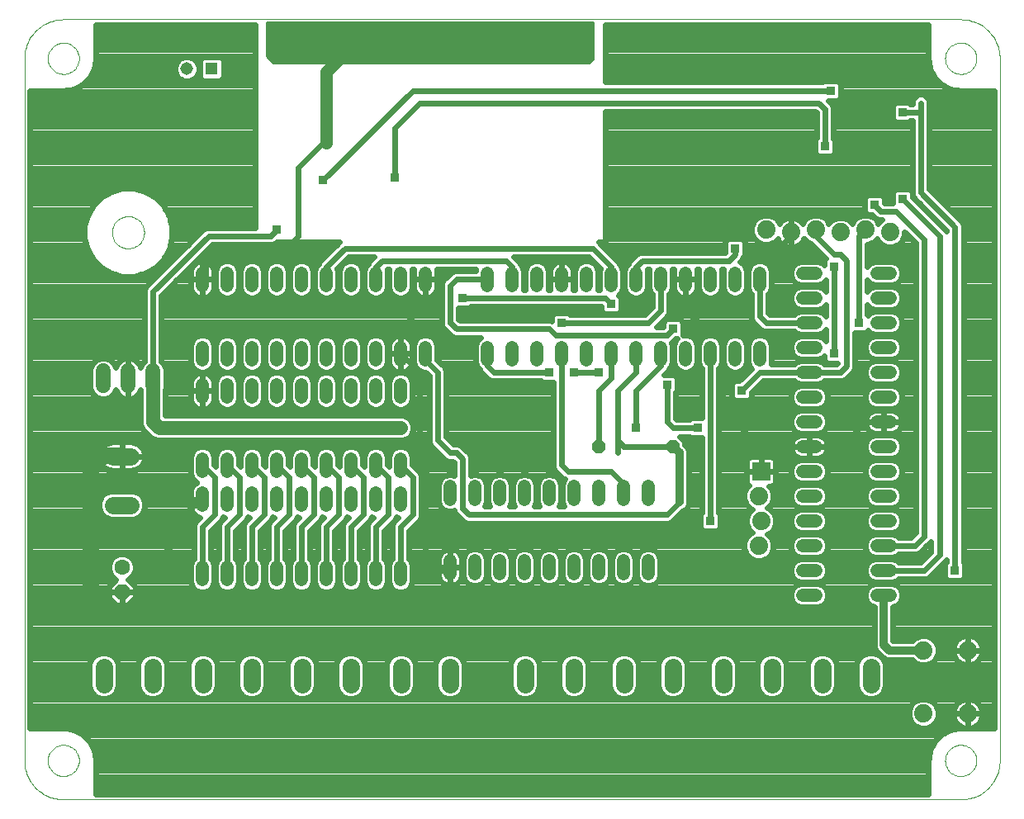
<source format=gbl>
G75*
G70*
%OFA0B0*%
%FSLAX24Y24*%
%IPPOS*%
%LPD*%
%AMOC8*
5,1,8,0,0,1.08239X$1,22.5*
%
%ADD10C,0.0520*%
%ADD11OC8,0.0520*%
%ADD12C,0.0705*%
%ADD13OC8,0.0630*%
%ADD14C,0.0630*%
%ADD15R,0.0740X0.0740*%
%ADD16C,0.0740*%
%ADD17C,0.0600*%
%ADD18C,0.0000*%
%ADD19R,0.0515X0.0515*%
%ADD20C,0.0515*%
%ADD21C,0.0240*%
%ADD22R,0.0356X0.0356*%
%ADD23C,0.0320*%
%ADD24C,0.0660*%
%ADD25C,0.0120*%
%ADD26C,0.0500*%
%ADD27C,0.0560*%
D10*
X011816Y051557D02*
X011816Y052077D01*
X012816Y052077D02*
X012816Y051557D01*
X013816Y051557D02*
X013816Y052077D01*
X014816Y052077D02*
X014816Y051557D01*
X015816Y051557D02*
X015816Y052077D01*
X016816Y052077D02*
X016816Y051557D01*
X017816Y051557D02*
X017816Y052077D01*
X018816Y052077D02*
X018816Y051557D01*
X019816Y051557D02*
X019816Y052077D01*
X021816Y052327D02*
X021816Y051807D01*
X022816Y051807D02*
X022816Y052327D01*
X023816Y052327D02*
X023816Y051807D01*
X024816Y051807D02*
X024816Y052327D01*
X025816Y052327D02*
X025816Y051807D01*
X026816Y051807D02*
X026816Y052327D01*
X027816Y052327D02*
X027816Y051807D01*
X028816Y051807D02*
X028816Y052327D01*
X029816Y052327D02*
X029816Y051807D01*
X029816Y054807D02*
X029816Y055327D01*
X028816Y055327D02*
X028816Y054807D01*
X027816Y054807D02*
X027816Y055327D01*
X026816Y055327D02*
X026816Y054807D01*
X025816Y054807D02*
X025816Y055327D01*
X024816Y055327D02*
X024816Y054807D01*
X023816Y054807D02*
X023816Y055327D01*
X022816Y055327D02*
X022816Y054807D01*
X021816Y054807D02*
X021816Y055327D01*
X019816Y055077D02*
X019816Y054557D01*
X019816Y055932D02*
X019816Y056452D01*
X018816Y056452D02*
X018816Y055932D01*
X018816Y055077D02*
X018816Y054557D01*
X017816Y054557D02*
X017816Y055077D01*
X017816Y055932D02*
X017816Y056452D01*
X016816Y056452D02*
X016816Y055932D01*
X016816Y055077D02*
X016816Y054557D01*
X015816Y054557D02*
X015816Y055077D01*
X015816Y055932D02*
X015816Y056452D01*
X014816Y056452D02*
X014816Y055932D01*
X014816Y055077D02*
X014816Y054557D01*
X013816Y054557D02*
X013816Y055077D01*
X013816Y055932D02*
X013816Y056452D01*
X012816Y056452D02*
X012816Y055932D01*
X012816Y055077D02*
X012816Y054557D01*
X011816Y054557D02*
X011816Y055077D01*
X011816Y055932D02*
X011816Y056452D01*
X011816Y058932D02*
X011816Y059452D01*
X011816Y060432D02*
X011816Y060952D01*
X012816Y060952D02*
X012816Y060432D01*
X012816Y059452D02*
X012816Y058932D01*
X013816Y058932D02*
X013816Y059452D01*
X013816Y060432D02*
X013816Y060952D01*
X014816Y060952D02*
X014816Y060432D01*
X014816Y059452D02*
X014816Y058932D01*
X015816Y058932D02*
X015816Y059452D01*
X015816Y060432D02*
X015816Y060952D01*
X016816Y060952D02*
X016816Y060432D01*
X016816Y059452D02*
X016816Y058932D01*
X017816Y058932D02*
X017816Y059452D01*
X017816Y060432D02*
X017816Y060952D01*
X018816Y060952D02*
X018816Y060432D01*
X018816Y059452D02*
X018816Y058932D01*
X019816Y058932D02*
X019816Y059452D01*
X019816Y060432D02*
X019816Y060952D01*
X020816Y060952D02*
X020816Y060432D01*
X020816Y063432D02*
X020816Y063952D01*
X019816Y063952D02*
X019816Y063432D01*
X018816Y063432D02*
X018816Y063952D01*
X017816Y063952D02*
X017816Y063432D01*
X016816Y063432D02*
X016816Y063952D01*
X015816Y063952D02*
X015816Y063432D01*
X014816Y063432D02*
X014816Y063952D01*
X013816Y063952D02*
X013816Y063432D01*
X012816Y063432D02*
X012816Y063952D01*
X011816Y063952D02*
X011816Y063432D01*
X023316Y063432D02*
X023316Y063952D01*
X024316Y063952D02*
X024316Y063432D01*
X025316Y063432D02*
X025316Y063952D01*
X026316Y063952D02*
X026316Y063432D01*
X027316Y063432D02*
X027316Y063952D01*
X028316Y063952D02*
X028316Y063432D01*
X029316Y063432D02*
X029316Y063952D01*
X030316Y063952D02*
X030316Y063432D01*
X031316Y063432D02*
X031316Y063952D01*
X032316Y063952D02*
X032316Y063432D01*
X033316Y063432D02*
X033316Y063952D01*
X034316Y063952D02*
X034316Y063432D01*
X036056Y062942D02*
X036576Y062942D01*
X036576Y061942D02*
X036056Y061942D01*
X036056Y060942D02*
X036576Y060942D01*
X036576Y059942D02*
X036056Y059942D01*
X036056Y058942D02*
X036576Y058942D01*
X036576Y057942D02*
X036056Y057942D01*
X036056Y056942D02*
X036576Y056942D01*
X036576Y055942D02*
X036056Y055942D01*
X036056Y054942D02*
X036576Y054942D01*
X036576Y053942D02*
X036056Y053942D01*
X036056Y052942D02*
X036576Y052942D01*
X036576Y051942D02*
X036056Y051942D01*
X036056Y050942D02*
X036576Y050942D01*
X039056Y050942D02*
X039576Y050942D01*
X039576Y051942D02*
X039056Y051942D01*
X039056Y052942D02*
X039576Y052942D01*
X039576Y053942D02*
X039056Y053942D01*
X039056Y054942D02*
X039576Y054942D01*
X039576Y055942D02*
X039056Y055942D01*
X039056Y056942D02*
X039576Y056942D01*
X039576Y057942D02*
X039056Y057942D01*
X039056Y058942D02*
X039576Y058942D01*
X039576Y059942D02*
X039056Y059942D01*
X039056Y060942D02*
X039576Y060942D01*
X039576Y061942D02*
X039056Y061942D01*
X039056Y062942D02*
X039576Y062942D01*
X039576Y063942D02*
X039056Y063942D01*
X036576Y063942D02*
X036056Y063942D01*
X034316Y060952D02*
X034316Y060432D01*
X033316Y060432D02*
X033316Y060952D01*
X032316Y060952D02*
X032316Y060432D01*
X031316Y060432D02*
X031316Y060952D01*
X030316Y060952D02*
X030316Y060432D01*
X029316Y060432D02*
X029316Y060952D01*
X028316Y060952D02*
X028316Y060432D01*
X027316Y060432D02*
X027316Y060952D01*
X026316Y060952D02*
X026316Y060432D01*
X025316Y060432D02*
X025316Y060952D01*
X024316Y060952D02*
X024316Y060432D01*
X023316Y060432D02*
X023316Y060952D01*
D11*
X027816Y056942D03*
X030816Y056942D03*
D12*
X030800Y048045D02*
X030800Y047340D01*
X028831Y047340D02*
X028831Y048045D01*
X026800Y048045D02*
X026800Y047340D01*
X024831Y047340D02*
X024831Y048045D01*
X021800Y048045D02*
X021800Y047340D01*
X019831Y047340D02*
X019831Y048045D01*
X017800Y048045D02*
X017800Y047340D01*
X015831Y047340D02*
X015831Y048045D01*
X013800Y048045D02*
X013800Y047340D01*
X011831Y047340D02*
X011831Y048045D01*
X009800Y048045D02*
X009800Y047340D01*
X007831Y047340D02*
X007831Y048045D01*
X008213Y054583D02*
X008918Y054583D01*
X008918Y056551D02*
X008213Y056551D01*
X032831Y048045D02*
X032831Y047340D01*
X034800Y047340D02*
X034800Y048045D01*
X036831Y048045D02*
X036831Y047340D01*
X038800Y047340D02*
X038800Y048045D01*
D13*
X008566Y051067D03*
D14*
X008566Y052067D03*
D15*
X034366Y055942D03*
D16*
X034266Y054942D03*
X034366Y053942D03*
X034266Y052942D03*
X040926Y048722D03*
X040926Y046162D03*
X042706Y046162D03*
X042706Y048722D03*
X039566Y065592D03*
X038566Y065692D03*
X037566Y065592D03*
X036566Y065692D03*
X035566Y065592D03*
X034566Y065692D03*
D17*
X009816Y059992D02*
X009816Y059392D01*
X008816Y059392D02*
X008816Y059992D01*
X007816Y059992D02*
X007816Y059392D01*
D18*
X006206Y042694D02*
X042426Y042694D01*
X041796Y044269D02*
X041798Y044319D01*
X041804Y044369D01*
X041814Y044418D01*
X041828Y044466D01*
X041845Y044513D01*
X041866Y044558D01*
X041891Y044602D01*
X041919Y044643D01*
X041951Y044682D01*
X041985Y044719D01*
X042022Y044753D01*
X042062Y044783D01*
X042104Y044810D01*
X042148Y044834D01*
X042194Y044855D01*
X042241Y044871D01*
X042289Y044884D01*
X042339Y044893D01*
X042388Y044898D01*
X042439Y044899D01*
X042489Y044896D01*
X042538Y044889D01*
X042587Y044878D01*
X042635Y044863D01*
X042681Y044845D01*
X042726Y044823D01*
X042769Y044797D01*
X042810Y044768D01*
X042849Y044736D01*
X042885Y044701D01*
X042917Y044663D01*
X042947Y044623D01*
X042974Y044580D01*
X042997Y044536D01*
X043016Y044490D01*
X043032Y044442D01*
X043044Y044393D01*
X043052Y044344D01*
X043056Y044294D01*
X043056Y044244D01*
X043052Y044194D01*
X043044Y044145D01*
X043032Y044096D01*
X043016Y044048D01*
X042997Y044002D01*
X042974Y043958D01*
X042947Y043915D01*
X042917Y043875D01*
X042885Y043837D01*
X042849Y043802D01*
X042810Y043770D01*
X042769Y043741D01*
X042726Y043715D01*
X042681Y043693D01*
X042635Y043675D01*
X042587Y043660D01*
X042538Y043649D01*
X042489Y043642D01*
X042439Y043639D01*
X042388Y043640D01*
X042339Y043645D01*
X042289Y043654D01*
X042241Y043667D01*
X042194Y043683D01*
X042148Y043704D01*
X042104Y043728D01*
X042062Y043755D01*
X042022Y043785D01*
X041985Y043819D01*
X041951Y043856D01*
X041919Y043895D01*
X041891Y043936D01*
X041866Y043980D01*
X041845Y044025D01*
X041828Y044072D01*
X041814Y044120D01*
X041804Y044169D01*
X041798Y044219D01*
X041796Y044269D01*
X042426Y042694D02*
X042503Y042696D01*
X042580Y042702D01*
X042657Y042711D01*
X042733Y042724D01*
X042809Y042741D01*
X042883Y042762D01*
X042957Y042786D01*
X043029Y042814D01*
X043099Y042845D01*
X043168Y042880D01*
X043236Y042918D01*
X043301Y042959D01*
X043364Y043004D01*
X043425Y043052D01*
X043484Y043102D01*
X043540Y043155D01*
X043593Y043211D01*
X043643Y043270D01*
X043691Y043331D01*
X043736Y043394D01*
X043777Y043459D01*
X043815Y043527D01*
X043850Y043596D01*
X043881Y043666D01*
X043909Y043738D01*
X043933Y043812D01*
X043954Y043886D01*
X043971Y043962D01*
X043984Y044038D01*
X043993Y044115D01*
X043999Y044192D01*
X044001Y044269D01*
X044001Y072615D01*
X041796Y072615D02*
X041798Y072665D01*
X041804Y072715D01*
X041814Y072764D01*
X041828Y072812D01*
X041845Y072859D01*
X041866Y072904D01*
X041891Y072948D01*
X041919Y072989D01*
X041951Y073028D01*
X041985Y073065D01*
X042022Y073099D01*
X042062Y073129D01*
X042104Y073156D01*
X042148Y073180D01*
X042194Y073201D01*
X042241Y073217D01*
X042289Y073230D01*
X042339Y073239D01*
X042388Y073244D01*
X042439Y073245D01*
X042489Y073242D01*
X042538Y073235D01*
X042587Y073224D01*
X042635Y073209D01*
X042681Y073191D01*
X042726Y073169D01*
X042769Y073143D01*
X042810Y073114D01*
X042849Y073082D01*
X042885Y073047D01*
X042917Y073009D01*
X042947Y072969D01*
X042974Y072926D01*
X042997Y072882D01*
X043016Y072836D01*
X043032Y072788D01*
X043044Y072739D01*
X043052Y072690D01*
X043056Y072640D01*
X043056Y072590D01*
X043052Y072540D01*
X043044Y072491D01*
X043032Y072442D01*
X043016Y072394D01*
X042997Y072348D01*
X042974Y072304D01*
X042947Y072261D01*
X042917Y072221D01*
X042885Y072183D01*
X042849Y072148D01*
X042810Y072116D01*
X042769Y072087D01*
X042726Y072061D01*
X042681Y072039D01*
X042635Y072021D01*
X042587Y072006D01*
X042538Y071995D01*
X042489Y071988D01*
X042439Y071985D01*
X042388Y071986D01*
X042339Y071991D01*
X042289Y072000D01*
X042241Y072013D01*
X042194Y072029D01*
X042148Y072050D01*
X042104Y072074D01*
X042062Y072101D01*
X042022Y072131D01*
X041985Y072165D01*
X041951Y072202D01*
X041919Y072241D01*
X041891Y072282D01*
X041866Y072326D01*
X041845Y072371D01*
X041828Y072418D01*
X041814Y072466D01*
X041804Y072515D01*
X041798Y072565D01*
X041796Y072615D01*
X042426Y074190D02*
X042503Y074188D01*
X042580Y074182D01*
X042657Y074173D01*
X042733Y074160D01*
X042809Y074143D01*
X042883Y074122D01*
X042957Y074098D01*
X043029Y074070D01*
X043099Y074039D01*
X043168Y074004D01*
X043236Y073966D01*
X043301Y073925D01*
X043364Y073880D01*
X043425Y073832D01*
X043484Y073782D01*
X043540Y073729D01*
X043593Y073673D01*
X043643Y073614D01*
X043691Y073553D01*
X043736Y073490D01*
X043777Y073425D01*
X043815Y073357D01*
X043850Y073288D01*
X043881Y073218D01*
X043909Y073146D01*
X043933Y073072D01*
X043954Y072998D01*
X043971Y072922D01*
X043984Y072846D01*
X043993Y072769D01*
X043999Y072692D01*
X044001Y072615D01*
X042426Y074190D02*
X006206Y074190D01*
X005576Y072615D02*
X005578Y072665D01*
X005584Y072715D01*
X005594Y072764D01*
X005608Y072812D01*
X005625Y072859D01*
X005646Y072904D01*
X005671Y072948D01*
X005699Y072989D01*
X005731Y073028D01*
X005765Y073065D01*
X005802Y073099D01*
X005842Y073129D01*
X005884Y073156D01*
X005928Y073180D01*
X005974Y073201D01*
X006021Y073217D01*
X006069Y073230D01*
X006119Y073239D01*
X006168Y073244D01*
X006219Y073245D01*
X006269Y073242D01*
X006318Y073235D01*
X006367Y073224D01*
X006415Y073209D01*
X006461Y073191D01*
X006506Y073169D01*
X006549Y073143D01*
X006590Y073114D01*
X006629Y073082D01*
X006665Y073047D01*
X006697Y073009D01*
X006727Y072969D01*
X006754Y072926D01*
X006777Y072882D01*
X006796Y072836D01*
X006812Y072788D01*
X006824Y072739D01*
X006832Y072690D01*
X006836Y072640D01*
X006836Y072590D01*
X006832Y072540D01*
X006824Y072491D01*
X006812Y072442D01*
X006796Y072394D01*
X006777Y072348D01*
X006754Y072304D01*
X006727Y072261D01*
X006697Y072221D01*
X006665Y072183D01*
X006629Y072148D01*
X006590Y072116D01*
X006549Y072087D01*
X006506Y072061D01*
X006461Y072039D01*
X006415Y072021D01*
X006367Y072006D01*
X006318Y071995D01*
X006269Y071988D01*
X006219Y071985D01*
X006168Y071986D01*
X006119Y071991D01*
X006069Y072000D01*
X006021Y072013D01*
X005974Y072029D01*
X005928Y072050D01*
X005884Y072074D01*
X005842Y072101D01*
X005802Y072131D01*
X005765Y072165D01*
X005731Y072202D01*
X005699Y072241D01*
X005671Y072282D01*
X005646Y072326D01*
X005625Y072371D01*
X005608Y072418D01*
X005594Y072466D01*
X005584Y072515D01*
X005578Y072565D01*
X005576Y072615D01*
X004631Y072615D02*
X004633Y072692D01*
X004639Y072769D01*
X004648Y072846D01*
X004661Y072922D01*
X004678Y072998D01*
X004699Y073072D01*
X004723Y073146D01*
X004751Y073218D01*
X004782Y073288D01*
X004817Y073357D01*
X004855Y073425D01*
X004896Y073490D01*
X004941Y073553D01*
X004989Y073614D01*
X005039Y073673D01*
X005092Y073729D01*
X005148Y073782D01*
X005207Y073832D01*
X005268Y073880D01*
X005331Y073925D01*
X005396Y073966D01*
X005464Y074004D01*
X005533Y074039D01*
X005603Y074070D01*
X005675Y074098D01*
X005749Y074122D01*
X005823Y074143D01*
X005899Y074160D01*
X005975Y074173D01*
X006052Y074182D01*
X006129Y074188D01*
X006206Y074190D01*
X004631Y072615D02*
X004631Y044269D01*
X005576Y044269D02*
X005578Y044319D01*
X005584Y044369D01*
X005594Y044418D01*
X005608Y044466D01*
X005625Y044513D01*
X005646Y044558D01*
X005671Y044602D01*
X005699Y044643D01*
X005731Y044682D01*
X005765Y044719D01*
X005802Y044753D01*
X005842Y044783D01*
X005884Y044810D01*
X005928Y044834D01*
X005974Y044855D01*
X006021Y044871D01*
X006069Y044884D01*
X006119Y044893D01*
X006168Y044898D01*
X006219Y044899D01*
X006269Y044896D01*
X006318Y044889D01*
X006367Y044878D01*
X006415Y044863D01*
X006461Y044845D01*
X006506Y044823D01*
X006549Y044797D01*
X006590Y044768D01*
X006629Y044736D01*
X006665Y044701D01*
X006697Y044663D01*
X006727Y044623D01*
X006754Y044580D01*
X006777Y044536D01*
X006796Y044490D01*
X006812Y044442D01*
X006824Y044393D01*
X006832Y044344D01*
X006836Y044294D01*
X006836Y044244D01*
X006832Y044194D01*
X006824Y044145D01*
X006812Y044096D01*
X006796Y044048D01*
X006777Y044002D01*
X006754Y043958D01*
X006727Y043915D01*
X006697Y043875D01*
X006665Y043837D01*
X006629Y043802D01*
X006590Y043770D01*
X006549Y043741D01*
X006506Y043715D01*
X006461Y043693D01*
X006415Y043675D01*
X006367Y043660D01*
X006318Y043649D01*
X006269Y043642D01*
X006219Y043639D01*
X006168Y043640D01*
X006119Y043645D01*
X006069Y043654D01*
X006021Y043667D01*
X005974Y043683D01*
X005928Y043704D01*
X005884Y043728D01*
X005842Y043755D01*
X005802Y043785D01*
X005765Y043819D01*
X005731Y043856D01*
X005699Y043895D01*
X005671Y043936D01*
X005646Y043980D01*
X005625Y044025D01*
X005608Y044072D01*
X005594Y044120D01*
X005584Y044169D01*
X005578Y044219D01*
X005576Y044269D01*
X004631Y044269D02*
X004633Y044192D01*
X004639Y044115D01*
X004648Y044038D01*
X004661Y043962D01*
X004678Y043886D01*
X004699Y043812D01*
X004723Y043738D01*
X004751Y043666D01*
X004782Y043596D01*
X004817Y043527D01*
X004855Y043459D01*
X004896Y043394D01*
X004941Y043331D01*
X004989Y043270D01*
X005039Y043211D01*
X005092Y043155D01*
X005148Y043102D01*
X005207Y043052D01*
X005268Y043004D01*
X005331Y042959D01*
X005396Y042918D01*
X005464Y042880D01*
X005533Y042845D01*
X005603Y042814D01*
X005675Y042786D01*
X005749Y042762D01*
X005823Y042741D01*
X005899Y042724D01*
X005975Y042711D01*
X006052Y042702D01*
X006129Y042696D01*
X006206Y042694D01*
X008166Y065592D02*
X008168Y065642D01*
X008174Y065692D01*
X008184Y065742D01*
X008197Y065790D01*
X008214Y065838D01*
X008235Y065884D01*
X008259Y065928D01*
X008287Y065970D01*
X008318Y066010D01*
X008352Y066047D01*
X008389Y066082D01*
X008428Y066113D01*
X008469Y066142D01*
X008513Y066167D01*
X008559Y066189D01*
X008606Y066207D01*
X008654Y066221D01*
X008703Y066232D01*
X008753Y066239D01*
X008803Y066242D01*
X008854Y066241D01*
X008904Y066236D01*
X008954Y066227D01*
X009002Y066215D01*
X009050Y066198D01*
X009096Y066178D01*
X009141Y066155D01*
X009184Y066128D01*
X009224Y066098D01*
X009262Y066065D01*
X009297Y066029D01*
X009330Y065990D01*
X009359Y065949D01*
X009385Y065906D01*
X009408Y065861D01*
X009427Y065814D01*
X009442Y065766D01*
X009454Y065717D01*
X009462Y065667D01*
X009466Y065617D01*
X009466Y065567D01*
X009462Y065517D01*
X009454Y065467D01*
X009442Y065418D01*
X009427Y065370D01*
X009408Y065323D01*
X009385Y065278D01*
X009359Y065235D01*
X009330Y065194D01*
X009297Y065155D01*
X009262Y065119D01*
X009224Y065086D01*
X009184Y065056D01*
X009141Y065029D01*
X009096Y065006D01*
X009050Y064986D01*
X009002Y064969D01*
X008954Y064957D01*
X008904Y064948D01*
X008854Y064943D01*
X008803Y064942D01*
X008753Y064945D01*
X008703Y064952D01*
X008654Y064963D01*
X008606Y064977D01*
X008559Y064995D01*
X008513Y065017D01*
X008469Y065042D01*
X008428Y065071D01*
X008389Y065102D01*
X008352Y065137D01*
X008318Y065174D01*
X008287Y065214D01*
X008259Y065256D01*
X008235Y065300D01*
X008214Y065346D01*
X008197Y065394D01*
X008184Y065442D01*
X008174Y065492D01*
X008168Y065542D01*
X008166Y065592D01*
D19*
X012191Y072192D03*
D20*
X011191Y072192D03*
D21*
X011630Y072005D02*
X011713Y072005D01*
X011668Y072097D02*
X011668Y072287D01*
X011596Y072463D01*
X011461Y072597D01*
X011286Y072670D01*
X011096Y072670D01*
X010920Y072597D01*
X010786Y072463D01*
X010713Y072287D01*
X010713Y072097D01*
X010786Y071922D01*
X010920Y071787D01*
X011096Y071715D01*
X011286Y071715D01*
X011461Y071787D01*
X011596Y071922D01*
X011668Y072097D01*
X011668Y072243D02*
X011713Y072243D01*
X011713Y072482D02*
X011576Y072482D01*
X011713Y072541D02*
X011713Y071844D01*
X011842Y071715D01*
X012539Y071715D01*
X012668Y071844D01*
X012668Y072541D01*
X012539Y072670D01*
X011842Y072670D01*
X011713Y072541D01*
X011791Y071766D02*
X011410Y071766D01*
X010971Y071766D02*
X007192Y071766D01*
X007189Y071763D02*
X007218Y071792D01*
X007218Y071802D01*
X007271Y071873D01*
X007281Y071876D01*
X007300Y071912D01*
X007325Y071945D01*
X007324Y071954D01*
X007366Y072032D01*
X007375Y072036D01*
X007389Y072075D01*
X007409Y072111D01*
X007406Y072120D01*
X007437Y072203D01*
X007445Y072209D01*
X007454Y072249D01*
X007469Y072287D01*
X007465Y072296D01*
X007483Y072383D01*
X007491Y072389D01*
X007494Y072430D01*
X007502Y072470D01*
X007497Y072479D01*
X007503Y072562D01*
X007507Y072566D01*
X007507Y072611D01*
X007510Y072656D01*
X007507Y072660D01*
X007507Y073970D01*
X013941Y073970D01*
X013941Y065782D01*
X011998Y065782D01*
X011873Y065730D01*
X011778Y065635D01*
X009528Y063385D01*
X009476Y063260D01*
X009476Y060388D01*
X009375Y060287D01*
X009314Y060140D01*
X009298Y060192D01*
X009260Y060265D01*
X009212Y060331D01*
X009155Y060389D01*
X009088Y060437D01*
X009015Y060474D01*
X008938Y060499D01*
X008857Y060512D01*
X008816Y060512D01*
X008816Y059692D01*
X008816Y058872D01*
X008857Y058872D01*
X008938Y058885D01*
X009015Y058910D01*
X009088Y058947D01*
X009155Y058996D01*
X009212Y059053D01*
X009260Y059120D01*
X009298Y059193D01*
X009314Y059244D01*
X009316Y059240D01*
X009316Y057843D01*
X009392Y057659D01*
X009642Y057409D01*
X009783Y057268D01*
X009966Y057192D01*
X019915Y057192D01*
X020099Y057268D01*
X020240Y057409D01*
X020316Y057593D01*
X020316Y057792D01*
X020240Y057975D01*
X020099Y058116D01*
X019915Y058192D01*
X010316Y058192D01*
X010316Y059240D01*
X010336Y059289D01*
X010336Y060096D01*
X010257Y060287D01*
X010156Y060388D01*
X010156Y063051D01*
X012207Y065102D01*
X014633Y065102D01*
X014758Y065154D01*
X014797Y065192D01*
X017335Y065192D01*
X017278Y065135D01*
X016528Y064385D01*
X016498Y064313D01*
X016409Y064224D01*
X016336Y064048D01*
X016336Y063337D01*
X016409Y063160D01*
X016544Y063025D01*
X016720Y062952D01*
X016911Y062952D01*
X017088Y063025D01*
X017223Y063160D01*
X017296Y063337D01*
X017296Y064048D01*
X017254Y064149D01*
X017707Y064602D01*
X018745Y064602D01*
X018528Y064385D01*
X018498Y064313D01*
X018409Y064224D01*
X018336Y064048D01*
X018336Y063337D01*
X018409Y063160D01*
X018544Y063025D01*
X018720Y062952D01*
X018911Y062952D01*
X019088Y063025D01*
X019223Y063160D01*
X019296Y063337D01*
X019296Y064048D01*
X019273Y064102D01*
X019358Y064102D01*
X019336Y064048D01*
X019336Y063337D01*
X019409Y063160D01*
X019544Y063025D01*
X019720Y062952D01*
X019911Y062952D01*
X020088Y063025D01*
X020223Y063160D01*
X020296Y063337D01*
X020296Y064048D01*
X020273Y064102D01*
X020360Y064102D01*
X020348Y064065D01*
X020336Y063990D01*
X020336Y063692D01*
X020336Y063394D01*
X020348Y063320D01*
X020371Y063248D01*
X020405Y063181D01*
X020450Y063119D01*
X020503Y063066D01*
X020564Y063022D01*
X020631Y062987D01*
X020703Y062964D01*
X020778Y062952D01*
X020816Y062952D01*
X020854Y062952D01*
X020928Y062964D01*
X021000Y062987D01*
X021067Y063022D01*
X021128Y063066D01*
X021182Y063119D01*
X021226Y063181D01*
X021261Y063248D01*
X021284Y063320D01*
X021296Y063394D01*
X021296Y063692D01*
X020816Y063692D01*
X020816Y063692D01*
X020816Y062952D01*
X020816Y063692D01*
X020816Y063692D01*
X021296Y063692D01*
X021296Y063990D01*
X021284Y064065D01*
X021272Y064102D01*
X022858Y064102D01*
X022836Y064048D01*
X022836Y064032D01*
X021998Y064032D01*
X021873Y063980D01*
X021623Y063730D01*
X021528Y063635D01*
X021476Y063510D01*
X021476Y061875D01*
X021528Y061750D01*
X021778Y061500D01*
X021873Y061404D01*
X021998Y061352D01*
X023037Y061352D01*
X022909Y061224D01*
X022836Y061048D01*
X022836Y060337D01*
X022909Y060160D01*
X022998Y060071D01*
X023028Y060000D01*
X023123Y059904D01*
X023373Y059654D01*
X023498Y059602D01*
X025488Y059602D01*
X025547Y059544D01*
X025976Y059544D01*
X025976Y056125D01*
X026028Y056000D01*
X026278Y055750D01*
X026373Y055654D01*
X026437Y055627D01*
X026409Y055599D01*
X026336Y055423D01*
X026336Y054712D01*
X026409Y054535D01*
X026412Y054532D01*
X026220Y054532D01*
X026223Y054535D01*
X026296Y054712D01*
X026296Y055423D01*
X026223Y055599D01*
X026088Y055734D01*
X025911Y055807D01*
X025720Y055807D01*
X025544Y055734D01*
X025409Y055599D01*
X025336Y055423D01*
X025336Y054712D01*
X025409Y054535D01*
X025412Y054532D01*
X025220Y054532D01*
X025223Y054535D01*
X025296Y054712D01*
X025296Y055423D01*
X025223Y055599D01*
X025088Y055734D01*
X024911Y055807D01*
X024720Y055807D01*
X024544Y055734D01*
X024409Y055599D01*
X024336Y055423D01*
X024336Y054712D01*
X024409Y054535D01*
X024412Y054532D01*
X024220Y054532D01*
X024223Y054535D01*
X024296Y054712D01*
X024296Y055423D01*
X024223Y055599D01*
X024088Y055734D01*
X023911Y055807D01*
X023720Y055807D01*
X023544Y055734D01*
X023409Y055599D01*
X023336Y055423D01*
X023336Y054712D01*
X023409Y054535D01*
X023412Y054532D01*
X023220Y054532D01*
X023223Y054535D01*
X023296Y054712D01*
X023296Y055423D01*
X023223Y055599D01*
X023088Y055734D01*
X022911Y055807D01*
X022720Y055807D01*
X022656Y055780D01*
X022656Y056510D01*
X022604Y056635D01*
X022508Y056730D01*
X022258Y056980D01*
X022133Y057032D01*
X021957Y057032D01*
X021656Y057333D01*
X021656Y060010D01*
X021604Y060135D01*
X021508Y060230D01*
X021296Y060443D01*
X021296Y061048D01*
X021223Y061224D01*
X021088Y061359D01*
X020911Y061432D01*
X020720Y061432D01*
X020544Y061359D01*
X020409Y061224D01*
X020336Y061048D01*
X020336Y060337D01*
X020409Y060160D01*
X020544Y060025D01*
X020720Y059952D01*
X020825Y059952D01*
X020976Y059801D01*
X020976Y057125D01*
X021028Y057000D01*
X021623Y056404D01*
X021748Y056352D01*
X021925Y056352D01*
X021976Y056301D01*
X021976Y055780D01*
X021911Y055807D01*
X021720Y055807D01*
X021544Y055734D01*
X021409Y055599D01*
X021336Y055423D01*
X021336Y054712D01*
X021409Y054535D01*
X021544Y054400D01*
X021720Y054327D01*
X021911Y054327D01*
X021983Y054357D01*
X022028Y054250D01*
X022278Y054000D01*
X022373Y053904D01*
X022498Y053852D01*
X030633Y053852D01*
X030758Y053904D01*
X031184Y054330D01*
X031281Y054370D01*
X031388Y054477D01*
X031446Y054617D01*
X031446Y056768D01*
X031388Y056907D01*
X031296Y057000D01*
X031296Y057141D01*
X031085Y057352D01*
X031488Y057352D01*
X031547Y057294D01*
X031976Y057294D01*
X031976Y054270D01*
X031918Y054211D01*
X031918Y053673D01*
X032047Y053544D01*
X032585Y053544D01*
X032714Y053673D01*
X032714Y054211D01*
X032656Y054270D01*
X032656Y060093D01*
X032723Y060160D01*
X032796Y060337D01*
X032796Y061048D01*
X032723Y061224D01*
X032588Y061359D01*
X032411Y061432D01*
X032220Y061432D01*
X032044Y061359D01*
X031909Y061224D01*
X031836Y061048D01*
X031836Y060337D01*
X031909Y060160D01*
X031976Y060093D01*
X031976Y058090D01*
X031547Y058090D01*
X031488Y058032D01*
X030957Y058032D01*
X030906Y058083D01*
X030906Y059115D01*
X030964Y059173D01*
X030964Y059711D01*
X030835Y059840D01*
X030445Y059840D01*
X030508Y059904D01*
X030604Y060000D01*
X030634Y060071D01*
X030723Y060160D01*
X030796Y060337D01*
X030796Y061048D01*
X030753Y061152D01*
X030758Y061154D01*
X030898Y061294D01*
X030979Y061294D01*
X030909Y061224D01*
X030836Y061048D01*
X030836Y060337D01*
X030909Y060160D01*
X031044Y060025D01*
X031220Y059952D01*
X031411Y059952D01*
X031588Y060025D01*
X031723Y060160D01*
X031796Y060337D01*
X031796Y061048D01*
X031723Y061224D01*
X031588Y061359D01*
X031411Y061432D01*
X031220Y061432D01*
X031214Y061430D01*
X031214Y061961D01*
X031085Y062090D01*
X030547Y062090D01*
X030418Y061961D01*
X030418Y061782D01*
X030137Y061782D01*
X030508Y062154D01*
X030604Y062250D01*
X030656Y062375D01*
X030656Y063093D01*
X030723Y063160D01*
X030796Y063337D01*
X030796Y064048D01*
X030773Y064102D01*
X030860Y064102D01*
X030848Y064065D01*
X030836Y063990D01*
X030836Y063692D01*
X030836Y063394D01*
X030848Y063320D01*
X030871Y063248D01*
X030905Y063181D01*
X030950Y063119D01*
X031003Y063066D01*
X031064Y063022D01*
X031131Y062987D01*
X031203Y062964D01*
X031278Y062952D01*
X031316Y062952D01*
X031354Y062952D01*
X031428Y062964D01*
X031500Y062987D01*
X031567Y063022D01*
X031628Y063066D01*
X031682Y063119D01*
X031726Y063181D01*
X031761Y063248D01*
X031784Y063320D01*
X031796Y063394D01*
X031796Y063692D01*
X031316Y063692D01*
X031316Y063692D01*
X031316Y062952D01*
X031316Y063692D01*
X031316Y063692D01*
X031796Y063692D01*
X031796Y063990D01*
X031784Y064065D01*
X031772Y064102D01*
X031858Y064102D01*
X031836Y064048D01*
X031836Y063337D01*
X031909Y063160D01*
X032044Y063025D01*
X032220Y062952D01*
X032411Y062952D01*
X032588Y063025D01*
X032723Y063160D01*
X032796Y063337D01*
X032796Y064048D01*
X032773Y064102D01*
X032858Y064102D01*
X032836Y064048D01*
X032836Y063337D01*
X032909Y063160D01*
X033044Y063025D01*
X033220Y062952D01*
X033411Y062952D01*
X033588Y063025D01*
X033723Y063160D01*
X033796Y063337D01*
X033796Y064048D01*
X033723Y064224D01*
X033588Y064359D01*
X033500Y064395D01*
X033604Y064500D01*
X033649Y064608D01*
X033714Y064673D01*
X033714Y065211D01*
X033585Y065340D01*
X033047Y065340D01*
X032918Y065211D01*
X032918Y064782D01*
X029498Y064782D01*
X029373Y064730D01*
X029123Y064480D01*
X029028Y064385D01*
X028998Y064313D01*
X028909Y064224D01*
X028836Y064048D01*
X028836Y063337D01*
X028909Y063160D01*
X029044Y063025D01*
X029220Y062952D01*
X029411Y062952D01*
X029588Y063025D01*
X029723Y063160D01*
X029796Y063337D01*
X029796Y064048D01*
X029773Y064102D01*
X029858Y064102D01*
X029836Y064048D01*
X029836Y063337D01*
X029909Y063160D01*
X029976Y063093D01*
X029976Y062583D01*
X029675Y062282D01*
X026643Y062282D01*
X026585Y062340D01*
X026047Y062340D01*
X025918Y062211D01*
X025918Y062018D01*
X025883Y062032D01*
X022207Y062032D01*
X022156Y062083D01*
X022156Y062544D01*
X022585Y062544D01*
X022643Y062602D01*
X027918Y062602D01*
X027918Y062423D01*
X028047Y062294D01*
X028585Y062294D01*
X028714Y062423D01*
X028714Y062961D01*
X028619Y063056D01*
X028723Y063160D01*
X028796Y063337D01*
X028796Y064048D01*
X028723Y064224D01*
X028634Y064313D01*
X028604Y064385D01*
X028508Y064480D01*
X027797Y065192D01*
X028066Y065192D01*
X028066Y070477D01*
X036550Y070477D01*
X036601Y070426D01*
X036601Y069395D01*
X036543Y069336D01*
X036543Y068798D01*
X036672Y068669D01*
X037210Y068669D01*
X037339Y068798D01*
X037339Y069336D01*
X037281Y069395D01*
X037281Y070635D01*
X037229Y070760D01*
X037133Y070855D01*
X037070Y070919D01*
X037460Y070919D01*
X037589Y071048D01*
X037589Y071586D01*
X037460Y071715D01*
X036922Y071715D01*
X036863Y071657D01*
X028066Y071657D01*
X028066Y073970D01*
X041125Y073970D01*
X041125Y072660D01*
X041122Y072656D01*
X041125Y072611D01*
X041125Y072566D01*
X041128Y072562D01*
X041134Y072479D01*
X041129Y072470D01*
X041138Y072430D01*
X041141Y072389D01*
X041148Y072383D01*
X041167Y072296D01*
X041163Y072287D01*
X041177Y072249D01*
X041186Y072209D01*
X041194Y072203D01*
X041225Y072120D01*
X041222Y072111D01*
X041242Y072075D01*
X041257Y072036D01*
X041265Y072032D01*
X041308Y071954D01*
X041307Y071945D01*
X041331Y071912D01*
X041351Y071876D01*
X041360Y071873D01*
X041413Y071802D01*
X041413Y071792D01*
X041442Y071763D01*
X041467Y071730D01*
X041477Y071729D01*
X041539Y071666D01*
X041541Y071657D01*
X041574Y071632D01*
X041603Y071603D01*
X041613Y071603D01*
X041684Y071550D01*
X041686Y071540D01*
X041722Y071521D01*
X041755Y071496D01*
X041765Y071497D01*
X041843Y071455D01*
X041847Y071446D01*
X041885Y071432D01*
X041921Y071412D01*
X041931Y071415D01*
X042014Y071384D01*
X042019Y071375D01*
X042059Y071367D01*
X042098Y071352D01*
X042107Y071356D01*
X042193Y071338D01*
X042200Y071330D01*
X042241Y071327D01*
X042281Y071318D01*
X042289Y071324D01*
X042373Y071318D01*
X042376Y071314D01*
X042422Y071314D01*
X042467Y071311D01*
X042471Y071314D01*
X043781Y071314D01*
X043781Y045570D01*
X042471Y045570D01*
X042467Y045573D01*
X042422Y045570D01*
X042376Y045570D01*
X042373Y045567D01*
X042289Y045561D01*
X042281Y045566D01*
X042241Y045557D01*
X042200Y045554D01*
X042193Y045547D01*
X042107Y045528D01*
X042098Y045532D01*
X042059Y045518D01*
X042019Y045509D01*
X042014Y045501D01*
X041931Y045470D01*
X041921Y045472D01*
X041885Y045453D01*
X041847Y045438D01*
X041843Y045429D01*
X041765Y045387D01*
X041755Y045388D01*
X041722Y045364D01*
X041686Y045344D01*
X041684Y045335D01*
X041613Y045282D01*
X041603Y045282D01*
X041574Y045252D01*
X041541Y045228D01*
X041539Y045218D01*
X041477Y045155D01*
X041467Y045154D01*
X041442Y045121D01*
X041413Y045092D01*
X041413Y045082D01*
X041360Y045011D01*
X041351Y045009D01*
X041331Y044973D01*
X041307Y044940D01*
X041308Y044930D01*
X041265Y044852D01*
X041257Y044848D01*
X041242Y044810D01*
X041222Y044773D01*
X041225Y044764D01*
X041194Y044681D01*
X041186Y044676D01*
X041177Y044636D01*
X041163Y044597D01*
X041167Y044588D01*
X041148Y044502D01*
X041141Y044495D01*
X041138Y044454D01*
X041129Y044414D01*
X041134Y044406D01*
X041128Y044322D01*
X041125Y044319D01*
X041125Y044273D01*
X041122Y044228D01*
X041125Y044224D01*
X041125Y042914D01*
X007507Y042914D01*
X007507Y044224D01*
X007510Y044228D01*
X007507Y044273D01*
X007507Y044319D01*
X007503Y044322D01*
X007497Y044406D01*
X007502Y044414D01*
X007494Y044454D01*
X007491Y044495D01*
X007483Y044502D01*
X007465Y044588D01*
X007469Y044597D01*
X007454Y044636D01*
X007445Y044676D01*
X007437Y044681D01*
X007406Y044764D01*
X007409Y044773D01*
X007389Y044810D01*
X007375Y044848D01*
X007366Y044852D01*
X007324Y044930D01*
X007325Y044940D01*
X007300Y044973D01*
X007281Y045009D01*
X007271Y045011D01*
X007218Y045082D01*
X007218Y045092D01*
X007189Y045121D01*
X007164Y045154D01*
X007155Y045155D01*
X007092Y045218D01*
X007091Y045228D01*
X007058Y045252D01*
X007029Y045282D01*
X007019Y045282D01*
X006948Y045335D01*
X006945Y045344D01*
X006909Y045364D01*
X006876Y045388D01*
X006867Y045387D01*
X006789Y045429D01*
X006785Y045438D01*
X006746Y045453D01*
X006710Y045472D01*
X006701Y045470D01*
X006618Y045501D01*
X006612Y045509D01*
X006572Y045518D01*
X006534Y045532D01*
X006525Y045528D01*
X006438Y045547D01*
X006432Y045554D01*
X006391Y045557D01*
X006351Y045566D01*
X006342Y045561D01*
X006259Y045567D01*
X006255Y045570D01*
X006210Y045570D01*
X006164Y045573D01*
X006161Y045570D01*
X004851Y045570D01*
X004851Y071314D01*
X006161Y071314D01*
X006164Y071311D01*
X006210Y071314D01*
X006255Y071314D01*
X006259Y071318D01*
X006342Y071324D01*
X006351Y071318D01*
X006391Y071327D01*
X006432Y071330D01*
X006438Y071338D01*
X006525Y071356D01*
X006534Y071352D01*
X006572Y071367D01*
X006612Y071375D01*
X006618Y071384D01*
X006701Y071415D01*
X006710Y071412D01*
X006746Y071432D01*
X006785Y071446D01*
X006789Y071455D01*
X006867Y071497D01*
X006876Y071496D01*
X006909Y071521D01*
X006945Y071540D01*
X006948Y071550D01*
X007019Y071603D01*
X007029Y071603D01*
X007058Y071632D01*
X007091Y071657D01*
X007092Y071666D01*
X007155Y071729D01*
X007164Y071730D01*
X007189Y071763D01*
X007351Y072005D02*
X010752Y072005D01*
X010713Y072243D02*
X007453Y072243D01*
X007497Y072482D02*
X010805Y072482D01*
X012668Y072482D02*
X013941Y072482D01*
X013941Y072720D02*
X007507Y072720D01*
X007507Y072959D02*
X013941Y072959D01*
X013941Y073197D02*
X007507Y073197D01*
X007507Y073436D02*
X013941Y073436D01*
X013941Y073674D02*
X007507Y073674D01*
X007507Y073913D02*
X013941Y073913D01*
X013941Y072243D02*
X012668Y072243D01*
X012668Y072005D02*
X013941Y072005D01*
X013941Y071766D02*
X012591Y071766D01*
X013941Y071528D02*
X006922Y071528D01*
X004851Y071289D02*
X013941Y071289D01*
X013941Y071051D02*
X004851Y071051D01*
X004851Y070812D02*
X013941Y070812D01*
X013941Y070574D02*
X004851Y070574D01*
X004851Y070335D02*
X013941Y070335D01*
X013941Y070097D02*
X004851Y070097D01*
X004851Y069858D02*
X013941Y069858D01*
X013941Y069620D02*
X004851Y069620D01*
X004851Y069381D02*
X013941Y069381D01*
X013941Y069143D02*
X004851Y069143D01*
X004851Y068904D02*
X013941Y068904D01*
X013941Y068666D02*
X004851Y068666D01*
X004851Y068427D02*
X013941Y068427D01*
X013941Y068189D02*
X004851Y068189D01*
X004851Y067950D02*
X013941Y067950D01*
X013941Y067712D02*
X004851Y067712D01*
X004851Y067473D02*
X013941Y067473D01*
X013941Y067235D02*
X009511Y067235D01*
X009499Y067242D02*
X009049Y067362D01*
X008583Y067362D01*
X008133Y067242D01*
X007729Y067009D01*
X007399Y066679D01*
X007166Y066275D01*
X007046Y065825D01*
X007046Y065359D01*
X007166Y064909D01*
X007399Y064505D01*
X007729Y064176D01*
X008133Y063943D01*
X008583Y063822D01*
X009049Y063822D01*
X009499Y063943D01*
X009903Y064176D01*
X010232Y064505D01*
X010465Y064909D01*
X010586Y065359D01*
X010586Y065825D01*
X010465Y066275D01*
X010232Y066679D01*
X009903Y067009D01*
X009499Y067242D01*
X009915Y066996D02*
X013941Y066996D01*
X013941Y066758D02*
X010153Y066758D01*
X010324Y066519D02*
X013941Y066519D01*
X013941Y066281D02*
X010462Y066281D01*
X010528Y066042D02*
X013941Y066042D01*
X013941Y065804D02*
X010586Y065804D01*
X010586Y065565D02*
X011708Y065565D01*
X011469Y065327D02*
X010577Y065327D01*
X010513Y065088D02*
X011231Y065088D01*
X010992Y064850D02*
X010431Y064850D01*
X010293Y064611D02*
X010754Y064611D01*
X010515Y064373D02*
X010099Y064373D01*
X010277Y064134D02*
X009830Y064134D01*
X010038Y063896D02*
X009323Y063896D01*
X009800Y063657D02*
X004851Y063657D01*
X004851Y063419D02*
X009561Y063419D01*
X009476Y063180D02*
X004851Y063180D01*
X004851Y062942D02*
X009476Y062942D01*
X009476Y062703D02*
X004851Y062703D01*
X004851Y062465D02*
X009476Y062465D01*
X009476Y062226D02*
X004851Y062226D01*
X004851Y061988D02*
X009476Y061988D01*
X009476Y061749D02*
X004851Y061749D01*
X004851Y061511D02*
X009476Y061511D01*
X009476Y061272D02*
X004851Y061272D01*
X004851Y061034D02*
X009476Y061034D01*
X009476Y060795D02*
X004851Y060795D01*
X004851Y060557D02*
X009476Y060557D01*
X009406Y060318D02*
X009222Y060318D01*
X008816Y060318D02*
X008816Y060318D01*
X008816Y060512D02*
X008775Y060512D01*
X008694Y060499D01*
X008616Y060474D01*
X008543Y060437D01*
X008477Y060389D01*
X008419Y060331D01*
X008371Y060265D01*
X008334Y060192D01*
X008317Y060140D01*
X008257Y060287D01*
X008110Y060433D01*
X007919Y060512D01*
X007712Y060512D01*
X007521Y060433D01*
X007375Y060287D01*
X007296Y060096D01*
X007296Y059289D01*
X007375Y059098D01*
X007521Y058951D01*
X007712Y058872D01*
X007919Y058872D01*
X008110Y058951D01*
X008257Y059098D01*
X008317Y059244D01*
X008334Y059193D01*
X008371Y059120D01*
X008419Y059053D01*
X008477Y058996D01*
X008543Y058947D01*
X008616Y058910D01*
X008694Y058885D01*
X008775Y058872D01*
X008816Y058872D01*
X008816Y059692D01*
X008816Y059692D01*
X008816Y059692D01*
X008816Y060512D01*
X008816Y060080D02*
X008816Y060080D01*
X008816Y059841D02*
X008816Y059841D01*
X008816Y059603D02*
X008816Y059603D01*
X008816Y059364D02*
X008816Y059364D01*
X008816Y059126D02*
X008816Y059126D01*
X008816Y058887D02*
X008816Y058887D01*
X008944Y058887D02*
X009316Y058887D01*
X009316Y058649D02*
X004851Y058649D01*
X004851Y058887D02*
X007676Y058887D01*
X007955Y058887D02*
X008687Y058887D01*
X008368Y059126D02*
X008268Y059126D01*
X007363Y059126D02*
X004851Y059126D01*
X004851Y059364D02*
X007296Y059364D01*
X007296Y059603D02*
X004851Y059603D01*
X004851Y059841D02*
X007296Y059841D01*
X007296Y060080D02*
X004851Y060080D01*
X004851Y060318D02*
X007406Y060318D01*
X008225Y060318D02*
X008410Y060318D01*
X009264Y059126D02*
X009316Y059126D01*
X009316Y058410D02*
X004851Y058410D01*
X004851Y058172D02*
X009316Y058172D01*
X009316Y057933D02*
X004851Y057933D01*
X004851Y057695D02*
X009377Y057695D01*
X009595Y057456D02*
X004851Y057456D01*
X004851Y057218D02*
X009905Y057218D01*
X009408Y056851D02*
X009449Y056771D01*
X009477Y056685D01*
X009491Y056596D01*
X009491Y056551D01*
X008566Y056551D01*
X008566Y055979D01*
X008963Y055979D01*
X009052Y055993D01*
X009138Y056021D01*
X009218Y056062D01*
X009291Y056115D01*
X009355Y056178D01*
X009408Y056251D01*
X009449Y056332D01*
X009477Y056417D01*
X009491Y056506D01*
X009491Y056551D01*
X008566Y056551D01*
X008566Y056551D01*
X008566Y056551D01*
X008566Y055979D01*
X008168Y055979D01*
X008079Y055993D01*
X007993Y056021D01*
X007913Y056062D01*
X007840Y056115D01*
X007777Y056178D01*
X007724Y056251D01*
X007683Y056332D01*
X007655Y056417D01*
X007641Y056506D01*
X007641Y056551D01*
X008566Y056551D01*
X008566Y056551D01*
X008566Y056551D01*
X008566Y057124D01*
X008963Y057124D01*
X009052Y057110D01*
X009138Y057082D01*
X009218Y057041D01*
X009291Y056988D01*
X009355Y056924D01*
X009408Y056851D01*
X009459Y056741D02*
X011425Y056741D01*
X011409Y056724D02*
X011336Y056548D01*
X011336Y055837D01*
X011409Y055660D01*
X011544Y055525D01*
X011596Y055504D01*
X011564Y055488D01*
X011503Y055443D01*
X011450Y055390D01*
X011405Y055329D01*
X011371Y055261D01*
X011348Y055190D01*
X011336Y055115D01*
X011336Y054817D01*
X011336Y054519D01*
X011348Y054445D01*
X011371Y054373D01*
X011405Y054306D01*
X011450Y054244D01*
X011503Y054191D01*
X011564Y054147D01*
X011631Y054112D01*
X011703Y054089D01*
X011728Y054085D01*
X011528Y053885D01*
X011476Y053760D01*
X011476Y052416D01*
X011409Y052349D01*
X011336Y052173D01*
X011336Y051462D01*
X011409Y051285D01*
X011544Y051150D01*
X011720Y051077D01*
X011911Y051077D01*
X012088Y051150D01*
X012223Y051285D01*
X012296Y051462D01*
X012296Y052173D01*
X012223Y052349D01*
X012156Y052416D01*
X012156Y053551D01*
X012508Y053904D01*
X012604Y054000D01*
X012648Y054107D01*
X012720Y054077D01*
X012528Y053885D01*
X012476Y053760D01*
X012476Y052416D01*
X012409Y052349D01*
X012336Y052173D01*
X012336Y051462D01*
X012409Y051285D01*
X012544Y051150D01*
X012720Y051077D01*
X012911Y051077D01*
X013088Y051150D01*
X013223Y051285D01*
X013296Y051462D01*
X013296Y052173D01*
X013223Y052349D01*
X013156Y052416D01*
X013156Y053551D01*
X013508Y053904D01*
X013604Y054000D01*
X013648Y054107D01*
X013720Y054077D01*
X013528Y053885D01*
X013476Y053760D01*
X013476Y052416D01*
X013409Y052349D01*
X013336Y052173D01*
X013336Y051462D01*
X013409Y051285D01*
X013544Y051150D01*
X013720Y051077D01*
X013911Y051077D01*
X014088Y051150D01*
X014223Y051285D01*
X014296Y051462D01*
X014296Y052173D01*
X014223Y052349D01*
X014156Y052416D01*
X014156Y053551D01*
X014508Y053904D01*
X014604Y054000D01*
X014648Y054107D01*
X014720Y054077D01*
X014528Y053885D01*
X014476Y053760D01*
X014476Y052416D01*
X014409Y052349D01*
X014336Y052173D01*
X014336Y051462D01*
X014409Y051285D01*
X014544Y051150D01*
X014720Y051077D01*
X014911Y051077D01*
X015088Y051150D01*
X015223Y051285D01*
X015296Y051462D01*
X015296Y052173D01*
X015223Y052349D01*
X015156Y052416D01*
X015156Y053551D01*
X015508Y053904D01*
X015604Y054000D01*
X015648Y054107D01*
X015720Y054077D01*
X015528Y053885D01*
X015476Y053760D01*
X015476Y052416D01*
X015409Y052349D01*
X015336Y052173D01*
X015336Y051462D01*
X015409Y051285D01*
X015544Y051150D01*
X015720Y051077D01*
X015911Y051077D01*
X016088Y051150D01*
X016223Y051285D01*
X016296Y051462D01*
X016296Y052173D01*
X016223Y052349D01*
X016156Y052416D01*
X016156Y053551D01*
X016508Y053904D01*
X016508Y053904D01*
X016604Y054000D01*
X016648Y054107D01*
X016720Y054077D01*
X016528Y053885D01*
X016476Y053760D01*
X016476Y052416D01*
X016409Y052349D01*
X016336Y052173D01*
X016336Y051462D01*
X016409Y051285D01*
X016544Y051150D01*
X016720Y051077D01*
X016911Y051077D01*
X017088Y051150D01*
X017223Y051285D01*
X017296Y051462D01*
X017296Y052173D01*
X017223Y052349D01*
X017156Y052416D01*
X017156Y053551D01*
X017508Y053904D01*
X017604Y054000D01*
X017648Y054107D01*
X017720Y054077D01*
X017528Y053885D01*
X017476Y053760D01*
X017476Y052416D01*
X017409Y052349D01*
X017336Y052173D01*
X017336Y051462D01*
X017409Y051285D01*
X017544Y051150D01*
X017720Y051077D01*
X017911Y051077D01*
X018088Y051150D01*
X018223Y051285D01*
X018296Y051462D01*
X018296Y052173D01*
X018223Y052349D01*
X018156Y052416D01*
X018156Y053551D01*
X018508Y053904D01*
X018604Y054000D01*
X018648Y054107D01*
X018720Y054077D01*
X018528Y053885D01*
X018476Y053760D01*
X018476Y052416D01*
X018409Y052349D01*
X018336Y052173D01*
X018336Y051462D01*
X018409Y051285D01*
X018544Y051150D01*
X018720Y051077D01*
X018911Y051077D01*
X019088Y051150D01*
X019223Y051285D01*
X019296Y051462D01*
X019296Y052173D01*
X019223Y052349D01*
X019156Y052416D01*
X019156Y053551D01*
X019508Y053904D01*
X019604Y054000D01*
X019648Y054107D01*
X019720Y054077D01*
X019528Y053885D01*
X019476Y053760D01*
X019476Y052416D01*
X019409Y052349D01*
X019336Y052173D01*
X019336Y051462D01*
X019409Y051285D01*
X019544Y051150D01*
X019720Y051077D01*
X019911Y051077D01*
X020088Y051150D01*
X020223Y051285D01*
X020296Y051462D01*
X020296Y052173D01*
X020223Y052349D01*
X020156Y052416D01*
X020156Y053551D01*
X020508Y053904D01*
X020604Y054000D01*
X020656Y054125D01*
X020656Y055760D01*
X020604Y055885D01*
X020296Y056193D01*
X020296Y056548D01*
X020223Y056724D01*
X020088Y056859D01*
X019911Y056932D01*
X019720Y056932D01*
X019544Y056859D01*
X019409Y056724D01*
X019336Y056548D01*
X019336Y056153D01*
X019296Y056193D01*
X019296Y056548D01*
X019223Y056724D01*
X019088Y056859D01*
X018911Y056932D01*
X018720Y056932D01*
X018544Y056859D01*
X018409Y056724D01*
X018336Y056548D01*
X018336Y056153D01*
X018296Y056193D01*
X018296Y056548D01*
X018223Y056724D01*
X018088Y056859D01*
X017911Y056932D01*
X017720Y056932D01*
X017544Y056859D01*
X017409Y056724D01*
X017336Y056548D01*
X017336Y056153D01*
X017296Y056193D01*
X017296Y056548D01*
X017223Y056724D01*
X017088Y056859D01*
X016911Y056932D01*
X016720Y056932D01*
X016544Y056859D01*
X016409Y056724D01*
X016336Y056548D01*
X016336Y056153D01*
X016296Y056193D01*
X016296Y056548D01*
X016223Y056724D01*
X016088Y056859D01*
X015911Y056932D01*
X015720Y056932D01*
X015544Y056859D01*
X015409Y056724D01*
X015336Y056548D01*
X015336Y056153D01*
X015296Y056193D01*
X015296Y056548D01*
X015223Y056724D01*
X015088Y056859D01*
X014911Y056932D01*
X014720Y056932D01*
X014544Y056859D01*
X014409Y056724D01*
X014336Y056548D01*
X014336Y056153D01*
X014296Y056193D01*
X014296Y056548D01*
X014223Y056724D01*
X014088Y056859D01*
X013911Y056932D01*
X013720Y056932D01*
X013544Y056859D01*
X013409Y056724D01*
X013336Y056548D01*
X013336Y056153D01*
X013296Y056193D01*
X013296Y056548D01*
X013223Y056724D01*
X013088Y056859D01*
X012911Y056932D01*
X012720Y056932D01*
X012544Y056859D01*
X012409Y056724D01*
X012336Y056548D01*
X012336Y056153D01*
X012296Y056193D01*
X012296Y056548D01*
X012223Y056724D01*
X012088Y056859D01*
X011911Y056932D01*
X011720Y056932D01*
X011544Y056859D01*
X011409Y056724D01*
X011336Y056502D02*
X009490Y056502D01*
X009414Y056264D02*
X011336Y056264D01*
X011336Y056025D02*
X009146Y056025D01*
X008566Y056025D02*
X008566Y056025D01*
X008566Y056264D02*
X008566Y056264D01*
X008566Y056502D02*
X008566Y056502D01*
X008566Y056551D02*
X007641Y056551D01*
X007641Y056596D01*
X007655Y056685D01*
X007683Y056771D01*
X007724Y056851D01*
X007777Y056924D01*
X007840Y056988D01*
X007913Y057041D01*
X007993Y057082D01*
X008079Y057110D01*
X008168Y057124D01*
X008566Y057124D01*
X008566Y056551D01*
X008566Y056741D02*
X008566Y056741D01*
X008566Y056979D02*
X008566Y056979D01*
X007831Y056979D02*
X004851Y056979D01*
X004851Y056741D02*
X007673Y056741D01*
X007641Y056502D02*
X004851Y056502D01*
X004851Y056264D02*
X007717Y056264D01*
X007985Y056025D02*
X004851Y056025D01*
X004851Y055787D02*
X011356Y055787D01*
X011521Y055548D02*
X004851Y055548D01*
X004851Y055310D02*
X011396Y055310D01*
X011336Y055071D02*
X009235Y055071D01*
X009243Y055068D02*
X009032Y055155D01*
X008099Y055155D01*
X007889Y055068D01*
X007728Y054907D01*
X007641Y054697D01*
X007641Y054469D01*
X007728Y054259D01*
X007889Y054098D01*
X008099Y054010D01*
X009032Y054010D01*
X009243Y054098D01*
X009404Y054259D01*
X009491Y054469D01*
X009491Y054697D01*
X009404Y054907D01*
X009243Y055068D01*
X009434Y054833D02*
X011336Y054833D01*
X011336Y054817D02*
X011816Y054817D01*
X011316Y054442D01*
X010441Y052817D01*
X011476Y052925D02*
X004851Y052925D01*
X004851Y053163D02*
X011476Y053163D01*
X011476Y053402D02*
X004851Y053402D01*
X004851Y053640D02*
X011476Y053640D01*
X011525Y053879D02*
X004851Y053879D01*
X004851Y054117D02*
X007869Y054117D01*
X007688Y054356D02*
X004851Y054356D01*
X004851Y054594D02*
X007641Y054594D01*
X007697Y054833D02*
X004851Y054833D01*
X004851Y055071D02*
X007896Y055071D01*
X009262Y054117D02*
X011622Y054117D01*
X011380Y054356D02*
X009444Y054356D01*
X009491Y054594D02*
X011336Y054594D01*
X011336Y054817D02*
X011816Y054817D01*
X011816Y054817D01*
X012316Y054192D02*
X012316Y055692D01*
X011816Y056192D01*
X012296Y056264D02*
X012336Y056264D01*
X012336Y056502D02*
X012296Y056502D01*
X012206Y056741D02*
X012425Y056741D01*
X012816Y056192D02*
X013316Y055692D01*
X013316Y054192D01*
X012816Y053692D01*
X012816Y051817D01*
X013296Y051732D02*
X013336Y051732D01*
X013336Y051494D02*
X013296Y051494D01*
X013193Y051255D02*
X013439Y051255D01*
X013816Y051817D02*
X013816Y053692D01*
X014316Y054192D01*
X014316Y055692D01*
X013816Y056192D01*
X014296Y056264D02*
X014336Y056264D01*
X014336Y056502D02*
X014296Y056502D01*
X014206Y056741D02*
X014425Y056741D01*
X014816Y056192D02*
X015316Y055692D01*
X015316Y054192D01*
X014816Y053692D01*
X014816Y051817D01*
X015296Y051732D02*
X015336Y051732D01*
X015336Y051494D02*
X015296Y051494D01*
X015193Y051255D02*
X015439Y051255D01*
X015816Y051817D02*
X015816Y053692D01*
X016316Y054192D01*
X016316Y055692D01*
X015816Y056192D01*
X016296Y056264D02*
X016336Y056264D01*
X016336Y056502D02*
X016296Y056502D01*
X016206Y056741D02*
X016425Y056741D01*
X016816Y056192D02*
X017316Y055692D01*
X017316Y054192D01*
X016816Y053692D01*
X016816Y051817D01*
X017296Y051732D02*
X017336Y051732D01*
X017336Y051494D02*
X017296Y051494D01*
X017193Y051255D02*
X017439Y051255D01*
X017816Y051817D02*
X017816Y053692D01*
X018316Y054192D01*
X018316Y055692D01*
X017816Y056192D01*
X018296Y056264D02*
X018336Y056264D01*
X018336Y056502D02*
X018296Y056502D01*
X018206Y056741D02*
X018425Y056741D01*
X018816Y056192D02*
X019316Y055692D01*
X019316Y054192D01*
X018816Y053692D01*
X018816Y051817D01*
X019296Y051732D02*
X019336Y051732D01*
X019336Y051494D02*
X019296Y051494D01*
X019193Y051255D02*
X019439Y051255D01*
X019816Y051817D02*
X019816Y053692D01*
X020316Y054192D01*
X020316Y055692D01*
X019816Y056192D01*
X020296Y056264D02*
X021976Y056264D01*
X021976Y056025D02*
X020464Y056025D01*
X020566Y056192D02*
X020816Y055942D01*
X020645Y055787D02*
X021671Y055787D01*
X021961Y055787D02*
X021976Y055787D01*
X022656Y055787D02*
X022671Y055787D01*
X022656Y056025D02*
X026017Y056025D01*
X025976Y056264D02*
X022656Y056264D01*
X022656Y056502D02*
X025976Y056502D01*
X025976Y056741D02*
X022498Y056741D01*
X022508Y056730D02*
X022508Y056730D01*
X022316Y056442D02*
X022316Y054442D01*
X022566Y054192D01*
X030566Y054192D01*
X031066Y054692D01*
X031246Y054356D02*
X031976Y054356D01*
X031976Y054594D02*
X031436Y054594D01*
X031446Y054833D02*
X031976Y054833D01*
X031976Y055071D02*
X031446Y055071D01*
X031446Y055310D02*
X031976Y055310D01*
X031976Y055548D02*
X031446Y055548D01*
X031446Y055787D02*
X031976Y055787D01*
X031976Y056025D02*
X031446Y056025D01*
X031446Y056264D02*
X031976Y056264D01*
X031976Y056502D02*
X031446Y056502D01*
X031446Y056741D02*
X031976Y056741D01*
X031976Y056979D02*
X031316Y056979D01*
X031219Y057218D02*
X031976Y057218D01*
X031816Y057692D02*
X030816Y057692D01*
X030566Y057942D01*
X030566Y059442D01*
X030964Y059364D02*
X031976Y059364D01*
X031976Y059126D02*
X030917Y059126D01*
X030906Y058887D02*
X031976Y058887D01*
X031976Y058649D02*
X030906Y058649D01*
X030906Y058410D02*
X031976Y058410D01*
X031976Y058172D02*
X030906Y058172D01*
X030816Y056942D02*
X028816Y056942D01*
X028566Y057192D01*
X028566Y056692D01*
X028566Y057192D02*
X028566Y059192D01*
X029316Y059942D01*
X029316Y060692D01*
X029816Y061942D02*
X030316Y062442D01*
X030316Y063692D01*
X030796Y063657D02*
X030836Y063657D01*
X030836Y063692D02*
X031316Y063692D01*
X031316Y062442D01*
X031691Y062067D01*
X032316Y062692D01*
X033566Y062692D01*
X033816Y062942D01*
X033816Y064442D01*
X034066Y064692D01*
X034816Y064692D01*
X035566Y065442D01*
X035566Y065592D01*
X035566Y065002D01*
X035612Y065002D01*
X035704Y065017D01*
X035792Y065045D01*
X035875Y065088D01*
X035950Y065142D01*
X036016Y065208D01*
X036070Y065283D01*
X036094Y065329D01*
X036232Y065192D01*
X036408Y065119D01*
X036992Y064535D01*
X036918Y064461D01*
X036918Y064279D01*
X036848Y064349D01*
X036671Y064422D01*
X035960Y064422D01*
X035784Y064349D01*
X035649Y064214D01*
X035576Y064038D01*
X035576Y063847D01*
X035649Y063670D01*
X035784Y063535D01*
X035960Y063462D01*
X036671Y063462D01*
X036848Y063535D01*
X036976Y063663D01*
X036976Y063221D01*
X036848Y063349D01*
X036671Y063422D01*
X035960Y063422D01*
X035784Y063349D01*
X035649Y063214D01*
X035576Y063038D01*
X035576Y062847D01*
X035649Y062670D01*
X035784Y062535D01*
X035960Y062462D01*
X036671Y062462D01*
X036848Y062535D01*
X036976Y062663D01*
X036976Y062221D01*
X036848Y062349D01*
X036671Y062422D01*
X035960Y062422D01*
X035784Y062349D01*
X035717Y062282D01*
X034707Y062282D01*
X034656Y062333D01*
X034656Y063093D01*
X034723Y063160D01*
X034796Y063337D01*
X034796Y064048D01*
X034723Y064224D01*
X034588Y064359D01*
X034411Y064432D01*
X034220Y064432D01*
X034044Y064359D01*
X033909Y064224D01*
X033836Y064048D01*
X033836Y063337D01*
X033909Y063160D01*
X033976Y063093D01*
X033976Y062125D01*
X034028Y062000D01*
X034278Y061750D01*
X034278Y061750D01*
X034373Y061654D01*
X034498Y061602D01*
X035717Y061602D01*
X035784Y061535D01*
X035960Y061462D01*
X036671Y061462D01*
X036848Y061535D01*
X036976Y061663D01*
X036976Y061221D01*
X036848Y061349D01*
X036671Y061422D01*
X035960Y061422D01*
X035784Y061349D01*
X035649Y061214D01*
X035576Y061038D01*
X035576Y060847D01*
X035649Y060670D01*
X035784Y060535D01*
X035960Y060462D01*
X036671Y060462D01*
X036848Y060535D01*
X036918Y060605D01*
X036918Y060423D01*
X037047Y060294D01*
X037437Y060294D01*
X037425Y060282D01*
X036915Y060282D01*
X036848Y060349D01*
X036671Y060422D01*
X035960Y060422D01*
X035784Y060349D01*
X035717Y060282D01*
X034773Y060282D01*
X034796Y060337D01*
X034796Y061048D01*
X034723Y061224D01*
X034588Y061359D01*
X034411Y061432D01*
X034220Y061432D01*
X034044Y061359D01*
X033909Y061224D01*
X033836Y061048D01*
X033836Y060337D01*
X033909Y060160D01*
X033981Y060088D01*
X033483Y059590D01*
X033297Y059590D01*
X033168Y059461D01*
X033168Y058923D01*
X033297Y058794D01*
X033835Y058794D01*
X033964Y058923D01*
X033964Y059109D01*
X034457Y059602D01*
X035717Y059602D01*
X035784Y059535D01*
X035960Y059462D01*
X036671Y059462D01*
X036848Y059535D01*
X036915Y059602D01*
X037633Y059602D01*
X037758Y059654D01*
X038008Y059904D01*
X038104Y060000D01*
X038156Y060125D01*
X038156Y061544D01*
X038585Y061544D01*
X038680Y061639D01*
X038784Y061535D01*
X038960Y061462D01*
X039671Y061462D01*
X039848Y061535D01*
X039983Y061670D01*
X040056Y061847D01*
X040056Y062038D01*
X039983Y062214D01*
X039848Y062349D01*
X039671Y062422D01*
X038960Y062422D01*
X038784Y062349D01*
X038680Y062245D01*
X038656Y062270D01*
X038656Y062663D01*
X038784Y062535D01*
X038960Y062462D01*
X039671Y062462D01*
X039848Y062535D01*
X039983Y062670D01*
X040056Y062847D01*
X040056Y063038D01*
X039983Y063214D01*
X039848Y063349D01*
X039671Y063422D01*
X038960Y063422D01*
X038784Y063349D01*
X038656Y063221D01*
X038656Y063663D01*
X038784Y063535D01*
X038960Y063462D01*
X039671Y063462D01*
X039848Y063535D01*
X039983Y063670D01*
X040056Y063847D01*
X040056Y064038D01*
X039983Y064214D01*
X039848Y064349D01*
X039671Y064422D01*
X038960Y064422D01*
X038784Y064349D01*
X038656Y064221D01*
X038656Y065102D01*
X038683Y065102D01*
X038900Y065192D01*
X039036Y065328D01*
X039066Y065258D01*
X039232Y065092D01*
X039448Y065002D01*
X039683Y065002D01*
X039900Y065092D01*
X040066Y065258D01*
X040156Y065475D01*
X040156Y065621D01*
X040601Y065176D01*
X040601Y053458D01*
X040425Y053282D01*
X039915Y053282D01*
X039848Y053349D01*
X039671Y053422D01*
X038960Y053422D01*
X038784Y053349D01*
X038649Y053214D01*
X038576Y053038D01*
X038576Y052847D01*
X038649Y052670D01*
X038784Y052535D01*
X038960Y052462D01*
X039671Y052462D01*
X039848Y052535D01*
X039915Y052602D01*
X040633Y052602D01*
X040758Y052654D01*
X041133Y053029D01*
X041226Y053121D01*
X041226Y052708D01*
X040800Y052282D01*
X039915Y052282D01*
X039848Y052349D01*
X039671Y052422D01*
X038960Y052422D01*
X038784Y052349D01*
X038649Y052214D01*
X038576Y052038D01*
X038576Y051847D01*
X038649Y051670D01*
X038784Y051535D01*
X038960Y051462D01*
X039671Y051462D01*
X039848Y051535D01*
X039915Y051602D01*
X041008Y051602D01*
X041133Y051654D01*
X041758Y052279D01*
X041758Y052279D01*
X041851Y052371D01*
X041851Y052270D01*
X041793Y052211D01*
X041793Y051673D01*
X041922Y051544D01*
X042460Y051544D01*
X042589Y051673D01*
X042589Y052211D01*
X042531Y052270D01*
X042531Y065885D01*
X042479Y066010D01*
X041156Y067333D01*
X041156Y070885D01*
X041104Y071010D01*
X041008Y071105D01*
X040883Y071157D01*
X040748Y071157D01*
X040623Y071105D01*
X040528Y071010D01*
X040476Y070885D01*
X040476Y070782D01*
X040393Y070782D01*
X040335Y070840D01*
X039797Y070840D01*
X039668Y070711D01*
X039668Y070173D01*
X039797Y070044D01*
X040335Y070044D01*
X040393Y070102D01*
X040476Y070102D01*
X040476Y067125D01*
X040528Y067000D01*
X040623Y066904D01*
X041851Y065676D01*
X041851Y065638D01*
X040464Y067025D01*
X040464Y067211D01*
X040335Y067340D01*
X039797Y067340D01*
X039668Y067211D01*
X039668Y066782D01*
X039339Y066782D01*
X039339Y066961D01*
X039210Y067090D01*
X038672Y067090D01*
X038543Y066961D01*
X038543Y066423D01*
X038672Y066294D01*
X038858Y066294D01*
X038998Y066154D01*
X039123Y066102D01*
X039255Y066102D01*
X039232Y066092D01*
X039095Y065956D01*
X039066Y066026D01*
X038900Y066192D01*
X038683Y066282D01*
X038448Y066282D01*
X038232Y066192D01*
X038066Y066026D01*
X038036Y065956D01*
X037900Y066092D01*
X037683Y066182D01*
X037448Y066182D01*
X037232Y066092D01*
X037095Y065956D01*
X037066Y066026D01*
X036900Y066192D01*
X036683Y066282D01*
X036448Y066282D01*
X036232Y066192D01*
X036066Y066026D01*
X036034Y065951D01*
X036016Y065977D01*
X035950Y066042D01*
X036081Y066042D01*
X035950Y066042D02*
X035875Y066097D01*
X035792Y066139D01*
X035704Y066168D01*
X035612Y066182D01*
X035566Y066182D01*
X035566Y065592D01*
X035566Y065592D01*
X035566Y065002D01*
X035519Y065002D01*
X035428Y065017D01*
X035339Y065045D01*
X035257Y065088D01*
X035181Y065142D01*
X035116Y065208D01*
X035061Y065283D01*
X035037Y065329D01*
X034900Y065192D01*
X034683Y065102D01*
X034448Y065102D01*
X034232Y065192D01*
X034066Y065358D01*
X033976Y065575D01*
X033976Y065810D01*
X034066Y066026D01*
X034232Y066192D01*
X034448Y066282D01*
X034683Y066282D01*
X034900Y066192D01*
X035066Y066026D01*
X035097Y065951D01*
X035116Y065977D01*
X035181Y066042D01*
X035050Y066042D01*
X035181Y066042D02*
X035257Y066097D01*
X035339Y066139D01*
X035428Y066168D01*
X035519Y066182D01*
X035566Y066182D01*
X035566Y065592D01*
X035566Y065592D01*
X035566Y065565D02*
X035566Y065565D01*
X035566Y065327D02*
X035566Y065327D01*
X035566Y065088D02*
X035566Y065088D01*
X035876Y065088D02*
X036439Y065088D01*
X036677Y064850D02*
X033714Y064850D01*
X033714Y065088D02*
X035256Y065088D01*
X035039Y065327D02*
X035035Y065327D01*
X035566Y065804D02*
X035566Y065804D01*
X035566Y066042D02*
X035566Y066042D01*
X034687Y066281D02*
X036445Y066281D01*
X036687Y066281D02*
X038445Y066281D01*
X038687Y066281D02*
X038871Y066281D01*
X039050Y066042D02*
X039181Y066042D01*
X039191Y066442D02*
X038941Y066692D01*
X039191Y066442D02*
X039816Y066442D01*
X040941Y065317D01*
X040941Y053317D01*
X040566Y052942D01*
X039316Y052942D01*
X039721Y053402D02*
X040544Y053402D01*
X040601Y053640D02*
X039953Y053640D01*
X039983Y053670D02*
X040056Y053847D01*
X040056Y054038D01*
X039983Y054214D01*
X039848Y054349D01*
X039671Y054422D01*
X038960Y054422D01*
X038784Y054349D01*
X038649Y054214D01*
X038576Y054038D01*
X038576Y053847D01*
X038649Y053670D01*
X038784Y053535D01*
X038960Y053462D01*
X039671Y053462D01*
X039848Y053535D01*
X039983Y053670D01*
X040056Y053879D02*
X040601Y053879D01*
X040601Y054117D02*
X040023Y054117D01*
X039832Y054356D02*
X040601Y054356D01*
X040601Y054594D02*
X039907Y054594D01*
X039848Y054535D02*
X039983Y054670D01*
X040056Y054847D01*
X040056Y055038D01*
X039983Y055214D01*
X039848Y055349D01*
X039671Y055422D01*
X038960Y055422D01*
X038784Y055349D01*
X038649Y055214D01*
X038576Y055038D01*
X038576Y054847D01*
X038649Y054670D01*
X038784Y054535D01*
X038960Y054462D01*
X039671Y054462D01*
X039848Y054535D01*
X040050Y054833D02*
X040601Y054833D01*
X040601Y055071D02*
X040042Y055071D01*
X039887Y055310D02*
X040601Y055310D01*
X040601Y055548D02*
X039861Y055548D01*
X039848Y055535D02*
X039983Y055670D01*
X040056Y055847D01*
X040056Y056038D01*
X039983Y056214D01*
X039848Y056349D01*
X039671Y056422D01*
X038960Y056422D01*
X038784Y056349D01*
X038649Y056214D01*
X038576Y056038D01*
X038576Y055847D01*
X038649Y055670D01*
X038784Y055535D01*
X038960Y055462D01*
X039671Y055462D01*
X039848Y055535D01*
X040031Y055787D02*
X040601Y055787D01*
X040601Y056025D02*
X040056Y056025D01*
X039933Y056264D02*
X040601Y056264D01*
X040601Y056502D02*
X039768Y056502D01*
X039848Y056535D02*
X039983Y056670D01*
X040056Y056847D01*
X040056Y057038D01*
X039983Y057214D01*
X039848Y057349D01*
X039671Y057422D01*
X038960Y057422D01*
X038784Y057349D01*
X038649Y057214D01*
X038576Y057038D01*
X038576Y056847D01*
X038649Y056670D01*
X038784Y056535D01*
X038960Y056462D01*
X039671Y056462D01*
X039848Y056535D01*
X040012Y056741D02*
X040601Y056741D01*
X040601Y056979D02*
X040056Y056979D01*
X039979Y057218D02*
X040601Y057218D01*
X040601Y057456D02*
X032656Y057456D01*
X032656Y057218D02*
X035663Y057218D01*
X035645Y057194D02*
X035611Y057126D01*
X035588Y057055D01*
X035576Y056980D01*
X035576Y056942D01*
X035576Y056904D01*
X035588Y056830D01*
X035611Y056758D01*
X035645Y056691D01*
X035690Y056629D01*
X035743Y056576D01*
X035804Y056532D01*
X035871Y056497D01*
X035943Y056474D01*
X036018Y056462D01*
X036316Y056462D01*
X036614Y056462D01*
X036688Y056474D01*
X036760Y056497D01*
X036827Y056532D01*
X036888Y056576D01*
X036942Y056629D01*
X036986Y056691D01*
X037021Y056758D01*
X037044Y056830D01*
X037056Y056904D01*
X037056Y056942D01*
X036316Y056942D01*
X036316Y056942D01*
X036316Y056462D01*
X036316Y056942D01*
X036316Y056942D01*
X037056Y056942D01*
X037056Y056980D01*
X037044Y057055D01*
X037021Y057126D01*
X036986Y057194D01*
X036942Y057255D01*
X036888Y057308D01*
X036827Y057353D01*
X036760Y057387D01*
X036688Y057410D01*
X036614Y057422D01*
X036316Y057422D01*
X036316Y056942D01*
X037566Y056942D01*
X038566Y057942D01*
X039316Y057942D01*
X039316Y057942D01*
X040056Y057942D01*
X040056Y057904D01*
X040044Y057830D01*
X040021Y057758D01*
X039986Y057691D01*
X039942Y057629D01*
X039888Y057576D01*
X039827Y057532D01*
X039760Y057497D01*
X039688Y057474D01*
X039614Y057462D01*
X039316Y057462D01*
X039316Y057942D01*
X039316Y057942D01*
X040056Y057942D01*
X040056Y057980D01*
X040044Y058055D01*
X040021Y058126D01*
X039986Y058194D01*
X039942Y058255D01*
X039888Y058308D01*
X039827Y058353D01*
X039760Y058387D01*
X039688Y058410D01*
X039614Y058422D01*
X039316Y058422D01*
X039316Y057942D01*
X039316Y057462D01*
X039018Y057462D01*
X038943Y057474D01*
X038871Y057497D01*
X038804Y057532D01*
X038743Y057576D01*
X038690Y057629D01*
X038645Y057691D01*
X038611Y057758D01*
X038588Y057830D01*
X038576Y057904D01*
X038576Y057942D01*
X039316Y057942D01*
X039316Y057942D01*
X039316Y057942D01*
X039316Y058422D01*
X039018Y058422D01*
X038943Y058410D01*
X036700Y058410D01*
X036671Y058422D02*
X035960Y058422D01*
X035784Y058349D01*
X035649Y058214D01*
X035576Y058038D01*
X035576Y057847D01*
X035649Y057670D01*
X035784Y057535D01*
X035960Y057462D01*
X036671Y057462D01*
X036848Y057535D01*
X036983Y057670D01*
X037056Y057847D01*
X037056Y058038D01*
X036983Y058214D01*
X036848Y058349D01*
X036671Y058422D01*
X036671Y058462D02*
X036848Y058535D01*
X036983Y058670D01*
X037056Y058847D01*
X037056Y059038D01*
X036983Y059214D01*
X036848Y059349D01*
X036671Y059422D01*
X035960Y059422D01*
X035784Y059349D01*
X035649Y059214D01*
X035576Y059038D01*
X035576Y058847D01*
X035649Y058670D01*
X035784Y058535D01*
X035960Y058462D01*
X036671Y058462D01*
X036961Y058649D02*
X038670Y058649D01*
X038649Y058670D02*
X038784Y058535D01*
X038960Y058462D01*
X039671Y058462D01*
X039848Y058535D01*
X039983Y058670D01*
X040056Y058847D01*
X040056Y059038D01*
X039983Y059214D01*
X039848Y059349D01*
X039671Y059422D01*
X038960Y059422D01*
X038784Y059349D01*
X038649Y059214D01*
X038576Y059038D01*
X038576Y058847D01*
X038649Y058670D01*
X038576Y058887D02*
X037056Y058887D01*
X037019Y059126D02*
X038612Y059126D01*
X038820Y059364D02*
X036811Y059364D01*
X036316Y059942D02*
X037566Y059942D01*
X037816Y060192D01*
X037816Y064442D01*
X037566Y064692D01*
X037316Y064692D01*
X036566Y065442D01*
X036566Y065692D01*
X036097Y065327D02*
X036093Y065327D01*
X036916Y064611D02*
X033652Y064611D01*
X033555Y064373D02*
X034077Y064373D01*
X033872Y064134D02*
X033760Y064134D01*
X033796Y063896D02*
X033836Y063896D01*
X033836Y063657D02*
X033796Y063657D01*
X033796Y063419D02*
X033836Y063419D01*
X033901Y063180D02*
X033731Y063180D01*
X033976Y062942D02*
X030656Y062942D01*
X030656Y062703D02*
X033976Y062703D01*
X033976Y062465D02*
X030656Y062465D01*
X030581Y062226D02*
X033976Y062226D01*
X034039Y061988D02*
X031188Y061988D01*
X031214Y061749D02*
X034278Y061749D01*
X034566Y061942D02*
X036316Y061942D01*
X036677Y062465D02*
X036976Y062465D01*
X036971Y062226D02*
X036976Y062226D01*
X036976Y061511D02*
X036788Y061511D01*
X036925Y061272D02*
X036976Y061272D01*
X037316Y060692D02*
X037316Y064192D01*
X036918Y064373D02*
X036791Y064373D01*
X036970Y063657D02*
X036976Y063657D01*
X036976Y063419D02*
X036680Y063419D01*
X035952Y063419D02*
X034796Y063419D01*
X034796Y063657D02*
X035662Y063657D01*
X035576Y063896D02*
X034796Y063896D01*
X034760Y064134D02*
X035616Y064134D01*
X035841Y064373D02*
X034555Y064373D01*
X034316Y063692D02*
X034316Y062192D01*
X034566Y061942D01*
X034656Y062465D02*
X035954Y062465D01*
X035635Y062703D02*
X034656Y062703D01*
X034656Y062942D02*
X035576Y062942D01*
X035635Y063180D02*
X034731Y063180D01*
X035843Y061511D02*
X031214Y061511D01*
X030957Y061272D02*
X030877Y061272D01*
X030836Y061034D02*
X030796Y061034D01*
X030796Y060795D02*
X030836Y060795D01*
X030836Y060557D02*
X030796Y060557D01*
X030788Y060318D02*
X030843Y060318D01*
X030989Y060080D02*
X030642Y060080D01*
X030446Y059841D02*
X031976Y059841D01*
X031976Y059603D02*
X030964Y059603D01*
X031642Y060080D02*
X031976Y060080D01*
X031843Y060318D02*
X031788Y060318D01*
X031796Y060557D02*
X031836Y060557D01*
X031836Y060795D02*
X031796Y060795D01*
X031796Y061034D02*
X031836Y061034D01*
X031957Y061272D02*
X031675Y061272D01*
X032066Y061692D02*
X031691Y062067D01*
X032066Y061692D02*
X032566Y061692D01*
X032816Y061442D01*
X032816Y058442D01*
X034316Y056942D01*
X034566Y056942D01*
X034366Y056742D01*
X034366Y055942D01*
X034366Y055942D01*
X034956Y055942D01*
X034956Y055543D01*
X034941Y055487D01*
X034912Y055437D01*
X034871Y055396D01*
X034821Y055367D01*
X034765Y055352D01*
X034690Y055352D01*
X034766Y055276D01*
X034856Y055060D01*
X034856Y054825D01*
X034766Y054608D01*
X034629Y054472D01*
X034700Y054442D01*
X034866Y054276D01*
X034956Y054060D01*
X034956Y053825D01*
X034866Y053608D01*
X034700Y053442D01*
X034629Y053413D01*
X034766Y053276D01*
X034856Y053060D01*
X034856Y052825D01*
X034766Y052608D01*
X034600Y052442D01*
X034383Y052352D01*
X034148Y052352D01*
X033932Y052442D01*
X033766Y052608D01*
X033676Y052825D01*
X033676Y053060D01*
X033766Y053276D01*
X033932Y053442D01*
X034002Y053472D01*
X033866Y053608D01*
X033776Y053825D01*
X033776Y054060D01*
X033866Y054276D01*
X034002Y054413D01*
X033932Y054442D01*
X033766Y054608D01*
X033676Y054825D01*
X033676Y055060D01*
X033766Y055276D01*
X033876Y055387D01*
X033861Y055396D01*
X033820Y055437D01*
X033791Y055487D01*
X033776Y055543D01*
X033776Y055942D01*
X034366Y055942D01*
X034956Y055942D01*
X034956Y056341D01*
X034941Y056397D01*
X034912Y056447D01*
X034871Y056488D01*
X034821Y056517D01*
X034765Y056532D01*
X034366Y056532D01*
X034366Y055942D01*
X034366Y055942D01*
X034366Y055942D01*
X033776Y055942D01*
X033776Y056341D01*
X033791Y056397D01*
X033820Y056447D01*
X033861Y056488D01*
X033911Y056517D01*
X033967Y056532D01*
X034366Y056532D01*
X034366Y055942D01*
X034366Y056025D02*
X034366Y056025D01*
X034366Y056264D02*
X034366Y056264D01*
X034366Y056502D02*
X034366Y056502D01*
X034847Y056502D02*
X035862Y056502D01*
X035960Y056422D02*
X035784Y056349D01*
X035649Y056214D01*
X035576Y056038D01*
X035576Y055847D01*
X035649Y055670D01*
X035784Y055535D01*
X035960Y055462D01*
X036671Y055462D01*
X036848Y055535D01*
X036983Y055670D01*
X037056Y055847D01*
X037056Y056038D01*
X036983Y056214D01*
X036848Y056349D01*
X036671Y056422D01*
X035960Y056422D01*
X035698Y056264D02*
X034956Y056264D01*
X034956Y056025D02*
X035576Y056025D01*
X035601Y055787D02*
X034956Y055787D01*
X034956Y055548D02*
X035771Y055548D01*
X035784Y055349D02*
X035649Y055214D01*
X035576Y055038D01*
X035576Y054847D01*
X035649Y054670D01*
X035784Y054535D01*
X035960Y054462D01*
X036671Y054462D01*
X036848Y054535D01*
X036983Y054670D01*
X037056Y054847D01*
X037056Y055038D01*
X036983Y055214D01*
X036848Y055349D01*
X036671Y055422D01*
X035960Y055422D01*
X035784Y055349D01*
X035744Y055310D02*
X034733Y055310D01*
X034851Y055071D02*
X035590Y055071D01*
X035582Y054833D02*
X034856Y054833D01*
X034752Y054594D02*
X035725Y054594D01*
X035800Y054356D02*
X034787Y054356D01*
X034932Y054117D02*
X035609Y054117D01*
X035576Y054038D02*
X035649Y054214D01*
X035784Y054349D01*
X035960Y054422D01*
X036671Y054422D01*
X036848Y054349D01*
X036983Y054214D01*
X037056Y054038D01*
X037056Y053847D01*
X036983Y053670D01*
X036848Y053535D01*
X036671Y053462D01*
X035960Y053462D01*
X035784Y053535D01*
X035649Y053670D01*
X035576Y053847D01*
X035576Y054038D01*
X035576Y053879D02*
X034956Y053879D01*
X034879Y053640D02*
X035679Y053640D01*
X035784Y053349D02*
X035649Y053214D01*
X035576Y053038D01*
X035576Y052847D01*
X035649Y052670D01*
X035784Y052535D01*
X035960Y052462D01*
X036671Y052462D01*
X036848Y052535D01*
X036983Y052670D01*
X037056Y052847D01*
X037056Y053038D01*
X036983Y053214D01*
X036848Y053349D01*
X036671Y053422D01*
X035960Y053422D01*
X035784Y053349D01*
X035911Y053402D02*
X034641Y053402D01*
X034813Y053163D02*
X035628Y053163D01*
X035576Y052925D02*
X034856Y052925D01*
X034798Y052686D02*
X035642Y052686D01*
X035784Y052349D02*
X035649Y052214D01*
X035576Y052038D01*
X035576Y051847D01*
X035649Y051670D01*
X035784Y051535D01*
X035960Y051462D01*
X036671Y051462D01*
X036848Y051535D01*
X036983Y051670D01*
X037056Y051847D01*
X037056Y052038D01*
X036983Y052214D01*
X036848Y052349D01*
X036671Y052422D01*
X035960Y052422D01*
X035784Y052349D01*
X035647Y052209D02*
X030296Y052209D01*
X030296Y052423D02*
X030296Y051712D01*
X030223Y051535D01*
X030088Y051400D01*
X029911Y051327D01*
X029720Y051327D01*
X029544Y051400D01*
X029409Y051535D01*
X029336Y051712D01*
X029336Y052423D01*
X029409Y052599D01*
X029544Y052734D01*
X029720Y052807D01*
X029911Y052807D01*
X030088Y052734D01*
X030223Y052599D01*
X030296Y052423D01*
X030285Y052448D02*
X033926Y052448D01*
X033733Y052686D02*
X030136Y052686D01*
X029496Y052686D02*
X029136Y052686D01*
X029088Y052734D02*
X028911Y052807D01*
X028720Y052807D01*
X028544Y052734D01*
X028409Y052599D01*
X028336Y052423D01*
X028336Y051712D01*
X028409Y051535D01*
X028544Y051400D01*
X028720Y051327D01*
X028911Y051327D01*
X029088Y051400D01*
X029223Y051535D01*
X029296Y051712D01*
X029296Y052423D01*
X029223Y052599D01*
X029088Y052734D01*
X029285Y052448D02*
X029346Y052448D01*
X029336Y052209D02*
X029296Y052209D01*
X029296Y051971D02*
X029336Y051971D01*
X029336Y051732D02*
X029296Y051732D01*
X029181Y051494D02*
X029450Y051494D01*
X030181Y051494D02*
X035884Y051494D01*
X035960Y051422D02*
X035784Y051349D01*
X035649Y051214D01*
X035576Y051038D01*
X035576Y050847D01*
X035649Y050670D01*
X035784Y050535D01*
X035960Y050462D01*
X036671Y050462D01*
X036848Y050535D01*
X036983Y050670D01*
X037056Y050847D01*
X037056Y051038D01*
X036983Y051214D01*
X036848Y051349D01*
X036671Y051422D01*
X035960Y051422D01*
X035690Y051255D02*
X020193Y051255D01*
X020296Y051494D02*
X021450Y051494D01*
X021503Y051441D01*
X021564Y051397D01*
X021631Y051362D01*
X021703Y051339D01*
X021778Y051327D01*
X021816Y051327D01*
X021854Y051327D01*
X021928Y051339D01*
X022000Y051362D01*
X022067Y051397D01*
X022128Y051441D01*
X022182Y051494D01*
X022226Y051556D01*
X022261Y051623D01*
X022284Y051695D01*
X022296Y051769D01*
X022296Y052067D01*
X021816Y052067D01*
X021816Y052067D01*
X021816Y051327D01*
X021816Y052067D01*
X021816Y052067D01*
X022296Y052067D01*
X022296Y052365D01*
X022284Y052440D01*
X022261Y052511D01*
X022226Y052579D01*
X022182Y052640D01*
X022128Y052693D01*
X022067Y052738D01*
X022000Y052772D01*
X021928Y052795D01*
X021854Y052807D01*
X021816Y052807D01*
X021816Y052067D01*
X021691Y051942D01*
X021316Y051942D01*
X020816Y052442D01*
X020816Y055692D01*
X020656Y055548D02*
X021388Y055548D01*
X021336Y055310D02*
X020656Y055310D01*
X020656Y055071D02*
X021336Y055071D01*
X021336Y054833D02*
X020656Y054833D01*
X020656Y054594D02*
X021384Y054594D01*
X021651Y054356D02*
X020656Y054356D01*
X020653Y054117D02*
X022160Y054117D01*
X021984Y054356D02*
X021980Y054356D01*
X022434Y053879D02*
X020483Y053879D01*
X020245Y053640D02*
X031950Y053640D01*
X031918Y053879D02*
X030697Y053879D01*
X030972Y054117D02*
X031918Y054117D01*
X032316Y053942D02*
X032316Y060692D01*
X032796Y060795D02*
X032836Y060795D01*
X032836Y060557D02*
X032796Y060557D01*
X032836Y060337D02*
X032909Y060160D01*
X033044Y060025D01*
X033220Y059952D01*
X033411Y059952D01*
X033588Y060025D01*
X033723Y060160D01*
X033796Y060337D01*
X033796Y061048D01*
X033723Y061224D01*
X033588Y061359D01*
X033411Y061432D01*
X033220Y061432D01*
X033044Y061359D01*
X032909Y061224D01*
X032836Y061048D01*
X032836Y060337D01*
X032843Y060318D02*
X032788Y060318D01*
X032656Y060080D02*
X032989Y060080D01*
X032656Y059841D02*
X033734Y059841D01*
X033642Y060080D02*
X033972Y060080D01*
X033843Y060318D02*
X033788Y060318D01*
X033796Y060557D02*
X033836Y060557D01*
X033836Y060795D02*
X033796Y060795D01*
X033796Y061034D02*
X033836Y061034D01*
X033957Y061272D02*
X033675Y061272D01*
X034316Y059942D02*
X033566Y059192D01*
X033168Y059126D02*
X032656Y059126D01*
X032656Y059364D02*
X033168Y059364D01*
X033495Y059603D02*
X032656Y059603D01*
X032656Y058887D02*
X033203Y058887D01*
X033928Y058887D02*
X035576Y058887D01*
X035612Y059126D02*
X033980Y059126D01*
X034219Y059364D02*
X035820Y059364D01*
X035670Y058649D02*
X032656Y058649D01*
X032656Y058410D02*
X035931Y058410D01*
X035631Y058172D02*
X032656Y058172D01*
X032656Y057933D02*
X035576Y057933D01*
X035639Y057695D02*
X032656Y057695D01*
X032656Y056979D02*
X035576Y056979D01*
X035576Y056942D02*
X036316Y056942D01*
X034566Y056942D01*
X033885Y056502D02*
X032656Y056502D01*
X032656Y056264D02*
X033776Y056264D01*
X033776Y056025D02*
X032656Y056025D01*
X032656Y055787D02*
X033776Y055787D01*
X033776Y055548D02*
X032656Y055548D01*
X032656Y055310D02*
X033799Y055310D01*
X033681Y055071D02*
X032656Y055071D01*
X032656Y054833D02*
X033676Y054833D01*
X033779Y054594D02*
X032656Y054594D01*
X032656Y054356D02*
X033945Y054356D01*
X033800Y054117D02*
X032714Y054117D01*
X032714Y053879D02*
X033776Y053879D01*
X033852Y053640D02*
X032681Y053640D01*
X033719Y053163D02*
X020156Y053163D01*
X020156Y052925D02*
X033676Y052925D01*
X033891Y053402D02*
X020156Y053402D01*
X020156Y052686D02*
X021496Y052686D01*
X021503Y052693D02*
X021450Y052640D01*
X021405Y052579D01*
X021371Y052511D01*
X021348Y052440D01*
X021336Y052365D01*
X021336Y052067D01*
X021336Y051769D01*
X021348Y051695D01*
X021371Y051623D01*
X021405Y051556D01*
X021450Y051494D01*
X021342Y051732D02*
X020296Y051732D01*
X020296Y051971D02*
X021336Y051971D01*
X021336Y052067D02*
X021816Y052067D01*
X021816Y052067D01*
X021816Y052067D01*
X021336Y052067D01*
X021336Y052209D02*
X020281Y052209D01*
X020156Y052448D02*
X021350Y052448D01*
X021503Y052693D02*
X021564Y052738D01*
X021631Y052772D01*
X021703Y052795D01*
X021778Y052807D01*
X021816Y052807D01*
X021816Y052067D01*
X021816Y051971D02*
X021816Y051971D01*
X021816Y052209D02*
X021816Y052209D01*
X021816Y052448D02*
X021816Y052448D01*
X021816Y052686D02*
X021816Y052686D01*
X022136Y052686D02*
X022496Y052686D01*
X022544Y052734D02*
X022409Y052599D01*
X022336Y052423D01*
X022336Y051712D01*
X022409Y051535D01*
X022544Y051400D01*
X022720Y051327D01*
X022911Y051327D01*
X023088Y051400D01*
X023223Y051535D01*
X023296Y051712D01*
X023296Y052423D01*
X023223Y052599D01*
X023088Y052734D01*
X022911Y052807D01*
X022720Y052807D01*
X022544Y052734D01*
X022346Y052448D02*
X022281Y052448D01*
X022296Y052209D02*
X022336Y052209D01*
X022336Y051971D02*
X022296Y051971D01*
X022290Y051732D02*
X022336Y051732D01*
X022450Y051494D02*
X022181Y051494D01*
X021816Y051494D02*
X021816Y051494D01*
X021816Y051732D02*
X021816Y051732D01*
X023181Y051494D02*
X023450Y051494D01*
X023409Y051535D02*
X023544Y051400D01*
X023720Y051327D01*
X023911Y051327D01*
X024088Y051400D01*
X024223Y051535D01*
X024296Y051712D01*
X024296Y052423D01*
X024223Y052599D01*
X024088Y052734D01*
X023911Y052807D01*
X023720Y052807D01*
X023544Y052734D01*
X023409Y052599D01*
X023336Y052423D01*
X023336Y051712D01*
X023409Y051535D01*
X023336Y051732D02*
X023296Y051732D01*
X023296Y051971D02*
X023336Y051971D01*
X023336Y052209D02*
X023296Y052209D01*
X023285Y052448D02*
X023346Y052448D01*
X023496Y052686D02*
X023136Y052686D01*
X024136Y052686D02*
X024496Y052686D01*
X024544Y052734D02*
X024409Y052599D01*
X024336Y052423D01*
X024336Y051712D01*
X024409Y051535D01*
X024544Y051400D01*
X024720Y051327D01*
X024911Y051327D01*
X025088Y051400D01*
X025223Y051535D01*
X025296Y051712D01*
X025296Y052423D01*
X025223Y052599D01*
X025088Y052734D01*
X024911Y052807D01*
X024720Y052807D01*
X024544Y052734D01*
X024346Y052448D02*
X024285Y052448D01*
X024296Y052209D02*
X024336Y052209D01*
X024336Y051971D02*
X024296Y051971D01*
X024296Y051732D02*
X024336Y051732D01*
X024450Y051494D02*
X024181Y051494D01*
X025181Y051494D02*
X025450Y051494D01*
X025409Y051535D02*
X025544Y051400D01*
X025720Y051327D01*
X025911Y051327D01*
X026088Y051400D01*
X026223Y051535D01*
X026296Y051712D01*
X026296Y052423D01*
X026223Y052599D01*
X026088Y052734D01*
X025911Y052807D01*
X025720Y052807D01*
X025544Y052734D01*
X025409Y052599D01*
X025336Y052423D01*
X025336Y051712D01*
X025409Y051535D01*
X025336Y051732D02*
X025296Y051732D01*
X025296Y051971D02*
X025336Y051971D01*
X025336Y052209D02*
X025296Y052209D01*
X025285Y052448D02*
X025346Y052448D01*
X025496Y052686D02*
X025136Y052686D01*
X026136Y052686D02*
X026496Y052686D01*
X026544Y052734D02*
X026409Y052599D01*
X026336Y052423D01*
X026336Y051712D01*
X026409Y051535D01*
X026544Y051400D01*
X026720Y051327D01*
X026911Y051327D01*
X027088Y051400D01*
X027223Y051535D01*
X027296Y051712D01*
X027296Y052423D01*
X027223Y052599D01*
X027088Y052734D01*
X026911Y052807D01*
X026720Y052807D01*
X026544Y052734D01*
X026346Y052448D02*
X026285Y052448D01*
X026296Y052209D02*
X026336Y052209D01*
X026336Y051971D02*
X026296Y051971D01*
X026296Y051732D02*
X026336Y051732D01*
X026450Y051494D02*
X026181Y051494D01*
X027181Y051494D02*
X027450Y051494D01*
X027409Y051535D02*
X027544Y051400D01*
X027720Y051327D01*
X027911Y051327D01*
X028088Y051400D01*
X028223Y051535D01*
X028296Y051712D01*
X028296Y052423D01*
X028223Y052599D01*
X028088Y052734D01*
X027911Y052807D01*
X027720Y052807D01*
X027544Y052734D01*
X027409Y052599D01*
X027336Y052423D01*
X027336Y051712D01*
X027409Y051535D01*
X027336Y051732D02*
X027296Y051732D01*
X027296Y051971D02*
X027336Y051971D01*
X027336Y052209D02*
X027296Y052209D01*
X027285Y052448D02*
X027346Y052448D01*
X027496Y052686D02*
X027136Y052686D01*
X028136Y052686D02*
X028496Y052686D01*
X028346Y052448D02*
X028285Y052448D01*
X028296Y052209D02*
X028336Y052209D01*
X028336Y051971D02*
X028296Y051971D01*
X028296Y051732D02*
X028336Y051732D01*
X028450Y051494D02*
X028181Y051494D01*
X028718Y048617D02*
X028507Y048530D01*
X028346Y048369D01*
X028259Y048159D01*
X028259Y047226D01*
X028346Y047015D01*
X028507Y046854D01*
X028718Y046767D01*
X028945Y046767D01*
X029156Y046854D01*
X029317Y047015D01*
X029404Y047226D01*
X029404Y048159D01*
X029317Y048369D01*
X029156Y048530D01*
X028945Y048617D01*
X028718Y048617D01*
X028370Y048393D02*
X027261Y048393D01*
X027285Y048369D02*
X027124Y048530D01*
X026914Y048617D01*
X026686Y048617D01*
X026476Y048530D01*
X026315Y048369D01*
X026228Y048159D01*
X026228Y047226D01*
X026315Y047015D01*
X026476Y046854D01*
X026686Y046767D01*
X026914Y046767D01*
X027124Y046854D01*
X027285Y047015D01*
X027372Y047226D01*
X027372Y048159D01*
X027285Y048369D01*
X027372Y048155D02*
X028259Y048155D01*
X028259Y047916D02*
X027372Y047916D01*
X027372Y047678D02*
X028259Y047678D01*
X028259Y047439D02*
X027372Y047439D01*
X027362Y047201D02*
X028269Y047201D01*
X028399Y046962D02*
X027232Y046962D01*
X026368Y046962D02*
X025264Y046962D01*
X025317Y047015D02*
X025404Y047226D01*
X025404Y048159D01*
X025317Y048369D01*
X025156Y048530D01*
X024945Y048617D01*
X024718Y048617D01*
X024507Y048530D01*
X024346Y048369D01*
X024259Y048159D01*
X024259Y047226D01*
X024346Y047015D01*
X024507Y046854D01*
X024718Y046767D01*
X024945Y046767D01*
X025156Y046854D01*
X025317Y047015D01*
X025394Y047201D02*
X026238Y047201D01*
X026228Y047439D02*
X025404Y047439D01*
X025404Y047678D02*
X026228Y047678D01*
X026228Y047916D02*
X025404Y047916D01*
X025404Y048155D02*
X026228Y048155D01*
X026339Y048393D02*
X025293Y048393D01*
X024370Y048393D02*
X022261Y048393D01*
X022285Y048369D02*
X022124Y048530D01*
X021914Y048617D01*
X021686Y048617D01*
X021476Y048530D01*
X021315Y048369D01*
X021228Y048159D01*
X021228Y047226D01*
X021315Y047015D01*
X021476Y046854D01*
X021686Y046767D01*
X021914Y046767D01*
X022124Y046854D01*
X022285Y047015D01*
X022372Y047226D01*
X022372Y048159D01*
X022285Y048369D01*
X022372Y048155D02*
X024259Y048155D01*
X024259Y047916D02*
X022372Y047916D01*
X022372Y047678D02*
X024259Y047678D01*
X024259Y047439D02*
X022372Y047439D01*
X022362Y047201D02*
X024269Y047201D01*
X024399Y046962D02*
X022232Y046962D01*
X021368Y046962D02*
X020264Y046962D01*
X020317Y047015D02*
X020404Y047226D01*
X020404Y048159D01*
X020317Y048369D01*
X020156Y048530D01*
X019945Y048617D01*
X019718Y048617D01*
X019507Y048530D01*
X019346Y048369D01*
X019259Y048159D01*
X019259Y047226D01*
X019346Y047015D01*
X019507Y046854D01*
X019718Y046767D01*
X019945Y046767D01*
X020156Y046854D01*
X020317Y047015D01*
X020394Y047201D02*
X021238Y047201D01*
X021228Y047439D02*
X020404Y047439D01*
X020404Y047678D02*
X021228Y047678D01*
X021228Y047916D02*
X020404Y047916D01*
X020404Y048155D02*
X021228Y048155D01*
X021339Y048393D02*
X020293Y048393D01*
X019370Y048393D02*
X018261Y048393D01*
X018285Y048369D02*
X018124Y048530D01*
X017914Y048617D01*
X017686Y048617D01*
X017476Y048530D01*
X017315Y048369D01*
X017228Y048159D01*
X017228Y047226D01*
X017315Y047015D01*
X017476Y046854D01*
X017686Y046767D01*
X017914Y046767D01*
X018124Y046854D01*
X018285Y047015D01*
X018372Y047226D01*
X018372Y048159D01*
X018285Y048369D01*
X018372Y048155D02*
X019259Y048155D01*
X019259Y047916D02*
X018372Y047916D01*
X018372Y047678D02*
X019259Y047678D01*
X019259Y047439D02*
X018372Y047439D01*
X018362Y047201D02*
X019269Y047201D01*
X019399Y046962D02*
X018232Y046962D01*
X017368Y046962D02*
X016264Y046962D01*
X016317Y047015D02*
X016404Y047226D01*
X016404Y048159D01*
X016317Y048369D01*
X016156Y048530D01*
X015945Y048617D01*
X015718Y048617D01*
X015507Y048530D01*
X015346Y048369D01*
X015259Y048159D01*
X015259Y047226D01*
X015346Y047015D01*
X015507Y046854D01*
X015718Y046767D01*
X015945Y046767D01*
X016156Y046854D01*
X016317Y047015D01*
X016394Y047201D02*
X017238Y047201D01*
X017228Y047439D02*
X016404Y047439D01*
X016404Y047678D02*
X017228Y047678D01*
X017228Y047916D02*
X016404Y047916D01*
X016404Y048155D02*
X017228Y048155D01*
X017339Y048393D02*
X016293Y048393D01*
X015370Y048393D02*
X014261Y048393D01*
X014285Y048369D02*
X014124Y048530D01*
X013914Y048617D01*
X013686Y048617D01*
X013476Y048530D01*
X013315Y048369D01*
X013228Y048159D01*
X013228Y047226D01*
X013315Y047015D01*
X013476Y046854D01*
X013686Y046767D01*
X013914Y046767D01*
X014124Y046854D01*
X014285Y047015D01*
X014372Y047226D01*
X014372Y048159D01*
X014285Y048369D01*
X014372Y048155D02*
X015259Y048155D01*
X015259Y047916D02*
X014372Y047916D01*
X014372Y047678D02*
X015259Y047678D01*
X015259Y047439D02*
X014372Y047439D01*
X014362Y047201D02*
X015269Y047201D01*
X015399Y046962D02*
X014232Y046962D01*
X013368Y046962D02*
X012264Y046962D01*
X012317Y047015D02*
X012404Y047226D01*
X012404Y048159D01*
X012317Y048369D01*
X012156Y048530D01*
X011945Y048617D01*
X011718Y048617D01*
X011507Y048530D01*
X011346Y048369D01*
X011259Y048159D01*
X011259Y047226D01*
X011346Y047015D01*
X011507Y046854D01*
X011718Y046767D01*
X011945Y046767D01*
X012156Y046854D01*
X012317Y047015D01*
X012394Y047201D02*
X013238Y047201D01*
X013228Y047439D02*
X012404Y047439D01*
X012404Y047678D02*
X013228Y047678D01*
X013228Y047916D02*
X012404Y047916D01*
X012404Y048155D02*
X013228Y048155D01*
X013339Y048393D02*
X012293Y048393D01*
X011370Y048393D02*
X010261Y048393D01*
X010285Y048369D02*
X010124Y048530D01*
X009914Y048617D01*
X009686Y048617D01*
X009476Y048530D01*
X009315Y048369D01*
X009228Y048159D01*
X009228Y047226D01*
X009315Y047015D01*
X009476Y046854D01*
X009686Y046767D01*
X009914Y046767D01*
X010124Y046854D01*
X010285Y047015D01*
X010372Y047226D01*
X010372Y048159D01*
X010285Y048369D01*
X010372Y048155D02*
X011259Y048155D01*
X011259Y047916D02*
X010372Y047916D01*
X010372Y047678D02*
X011259Y047678D01*
X011259Y047439D02*
X010372Y047439D01*
X010362Y047201D02*
X011269Y047201D01*
X011399Y046962D02*
X010232Y046962D01*
X009368Y046962D02*
X008264Y046962D01*
X008317Y047015D02*
X008156Y046854D01*
X007945Y046767D01*
X007718Y046767D01*
X007507Y046854D01*
X007346Y047015D01*
X007259Y047226D01*
X007259Y048159D01*
X007346Y048369D01*
X007507Y048530D01*
X007718Y048617D01*
X007945Y048617D01*
X008156Y048530D01*
X008317Y048369D01*
X008404Y048159D01*
X008404Y047226D01*
X008317Y047015D01*
X008394Y047201D02*
X009238Y047201D01*
X009228Y047439D02*
X008404Y047439D01*
X008404Y047678D02*
X009228Y047678D01*
X009228Y047916D02*
X008404Y047916D01*
X008404Y048155D02*
X009228Y048155D01*
X009339Y048393D02*
X008293Y048393D01*
X007370Y048393D02*
X004851Y048393D01*
X004851Y048155D02*
X007259Y048155D01*
X007259Y047916D02*
X004851Y047916D01*
X004851Y047678D02*
X007259Y047678D01*
X007259Y047439D02*
X004851Y047439D01*
X004851Y047201D02*
X007269Y047201D01*
X007399Y046962D02*
X004851Y046962D01*
X004851Y046724D02*
X040740Y046724D01*
X040808Y046752D02*
X040592Y046662D01*
X040426Y046496D01*
X040336Y046280D01*
X040336Y046045D01*
X040426Y045828D01*
X040592Y045662D01*
X040808Y045572D01*
X041043Y045572D01*
X041260Y045662D01*
X041426Y045828D01*
X041516Y046045D01*
X041516Y046280D01*
X041426Y046496D01*
X041260Y046662D01*
X041043Y046752D01*
X040808Y046752D01*
X041112Y046724D02*
X042525Y046724D01*
X042568Y046738D02*
X042479Y046709D01*
X042397Y046667D01*
X042321Y046612D01*
X042256Y046547D01*
X042201Y046471D01*
X042159Y046389D01*
X042130Y046300D01*
X042116Y046209D01*
X042116Y046162D01*
X042116Y046116D01*
X042130Y046024D01*
X042159Y045936D01*
X042201Y045853D01*
X042256Y045778D01*
X042321Y045712D01*
X042397Y045658D01*
X042479Y045615D01*
X042568Y045587D01*
X042659Y045572D01*
X042706Y045572D01*
X042752Y045572D01*
X042844Y045587D01*
X042932Y045615D01*
X043015Y045658D01*
X043090Y045712D01*
X043156Y045778D01*
X043210Y045853D01*
X043253Y045936D01*
X043281Y046024D01*
X043296Y046116D01*
X043296Y046162D01*
X042706Y046162D01*
X042706Y046162D01*
X042706Y045572D01*
X042706Y046162D01*
X042706Y046162D01*
X043296Y046162D01*
X043296Y046209D01*
X043281Y046300D01*
X043253Y046389D01*
X043210Y046471D01*
X043156Y046547D01*
X043090Y046612D01*
X043015Y046667D01*
X042932Y046709D01*
X042844Y046738D01*
X042752Y046752D01*
X042706Y046752D01*
X042706Y046162D01*
X042706Y046162D01*
X042116Y046162D01*
X042706Y046162D01*
X042706Y046162D01*
X042706Y046752D01*
X042659Y046752D01*
X042568Y046738D01*
X042706Y046724D02*
X042706Y046724D01*
X042887Y046724D02*
X043781Y046724D01*
X043781Y046962D02*
X039232Y046962D01*
X039285Y047015D02*
X039372Y047226D01*
X039372Y048159D01*
X039285Y048369D01*
X039124Y048530D01*
X038914Y048617D01*
X038686Y048617D01*
X038476Y048530D01*
X038315Y048369D01*
X038228Y048159D01*
X038228Y047226D01*
X038315Y047015D01*
X038476Y046854D01*
X038686Y046767D01*
X038914Y046767D01*
X039124Y046854D01*
X039285Y047015D01*
X039362Y047201D02*
X043781Y047201D01*
X043781Y047439D02*
X039372Y047439D01*
X039372Y047678D02*
X043781Y047678D01*
X043781Y047916D02*
X039372Y047916D01*
X039372Y048155D02*
X040754Y048155D01*
X040808Y048132D02*
X041043Y048132D01*
X041260Y048222D01*
X041426Y048388D01*
X041516Y048605D01*
X041516Y048840D01*
X041426Y049056D01*
X041260Y049222D01*
X041043Y049312D01*
X040808Y049312D01*
X040592Y049222D01*
X040471Y049102D01*
X039696Y049102D01*
X039696Y050472D01*
X039848Y050535D01*
X039983Y050670D01*
X040056Y050847D01*
X040056Y051038D01*
X039983Y051214D01*
X039848Y051349D01*
X039671Y051422D01*
X038960Y051422D01*
X038784Y051349D01*
X038649Y051214D01*
X038576Y051038D01*
X038576Y050847D01*
X038649Y050670D01*
X038784Y050535D01*
X038936Y050472D01*
X038936Y048867D01*
X038994Y048727D01*
X039100Y048620D01*
X039320Y048400D01*
X039460Y048342D01*
X040471Y048342D01*
X040592Y048222D01*
X040808Y048132D01*
X041097Y048155D02*
X042543Y048155D01*
X042568Y048147D02*
X042659Y048132D01*
X042706Y048132D01*
X042752Y048132D01*
X042844Y048147D01*
X042932Y048175D01*
X043015Y048218D01*
X043090Y048272D01*
X043156Y048338D01*
X043210Y048413D01*
X043253Y048496D01*
X043281Y048584D01*
X043296Y048676D01*
X043296Y048722D01*
X042706Y048722D01*
X042706Y048722D01*
X042706Y048132D01*
X042706Y048722D01*
X042706Y048722D01*
X043296Y048722D01*
X043296Y048769D01*
X043281Y048860D01*
X043253Y048949D01*
X043210Y049031D01*
X043156Y049107D01*
X043090Y049172D01*
X043015Y049227D01*
X042932Y049269D01*
X042844Y049298D01*
X042752Y049312D01*
X042706Y049312D01*
X042706Y048722D01*
X042706Y048722D01*
X042116Y048722D01*
X042116Y048676D01*
X042130Y048584D01*
X042159Y048496D01*
X042201Y048413D01*
X042256Y048338D01*
X042321Y048272D01*
X042397Y048218D01*
X042479Y048175D01*
X042568Y048147D01*
X042706Y048155D02*
X042706Y048155D01*
X042868Y048155D02*
X043781Y048155D01*
X043781Y048393D02*
X043196Y048393D01*
X043289Y048632D02*
X043781Y048632D01*
X043781Y048870D02*
X043278Y048870D01*
X043154Y049109D02*
X043781Y049109D01*
X043781Y049347D02*
X039696Y049347D01*
X039696Y049109D02*
X040478Y049109D01*
X041374Y049109D02*
X042258Y049109D01*
X042256Y049107D02*
X042201Y049031D01*
X042159Y048949D01*
X042130Y048860D01*
X042116Y048769D01*
X042116Y048722D01*
X042706Y048722D01*
X042706Y048722D01*
X042706Y049312D01*
X042659Y049312D01*
X042568Y049298D01*
X042479Y049269D01*
X042397Y049227D01*
X042321Y049172D01*
X042256Y049107D01*
X042133Y048870D02*
X041503Y048870D01*
X041516Y048632D02*
X042123Y048632D01*
X042215Y048393D02*
X041428Y048393D01*
X042706Y048393D02*
X042706Y048393D01*
X042706Y048632D02*
X042706Y048632D01*
X042706Y048870D02*
X042706Y048870D01*
X042706Y049109D02*
X042706Y049109D01*
X043781Y049586D02*
X039696Y049586D01*
X039696Y049824D02*
X043781Y049824D01*
X043781Y050063D02*
X039696Y050063D01*
X039696Y050301D02*
X043781Y050301D01*
X043781Y050540D02*
X039852Y050540D01*
X040027Y050778D02*
X043781Y050778D01*
X043781Y051017D02*
X040056Y051017D01*
X039942Y051255D02*
X043781Y051255D01*
X043781Y051494D02*
X039747Y051494D01*
X039316Y051942D02*
X040941Y051942D01*
X041566Y052567D01*
X041566Y065442D01*
X040066Y066942D01*
X039668Y066996D02*
X039304Y066996D01*
X039691Y067235D02*
X028066Y067235D01*
X028066Y067473D02*
X040476Y067473D01*
X040476Y067235D02*
X040441Y067235D01*
X040493Y066996D02*
X040531Y066996D01*
X040731Y066758D02*
X040769Y066758D01*
X040970Y066519D02*
X041008Y066519D01*
X041208Y066281D02*
X041246Y066281D01*
X041447Y066042D02*
X041485Y066042D01*
X041685Y065804D02*
X041723Y065804D01*
X042191Y065817D02*
X040816Y067192D01*
X040816Y070442D01*
X040066Y070442D01*
X039668Y070335D02*
X037281Y070335D01*
X037281Y070097D02*
X039744Y070097D01*
X039668Y070574D02*
X037281Y070574D01*
X037177Y070812D02*
X039768Y070812D01*
X040363Y070812D02*
X040476Y070812D01*
X040568Y071051D02*
X037589Y071051D01*
X037589Y071289D02*
X043781Y071289D01*
X043781Y071051D02*
X041063Y071051D01*
X041156Y070812D02*
X043781Y070812D01*
X043781Y070574D02*
X041156Y070574D01*
X041156Y070335D02*
X043781Y070335D01*
X043781Y070097D02*
X041156Y070097D01*
X041156Y069858D02*
X043781Y069858D01*
X043781Y069620D02*
X041156Y069620D01*
X041156Y069381D02*
X043781Y069381D01*
X043781Y069143D02*
X041156Y069143D01*
X041156Y068904D02*
X043781Y068904D01*
X043781Y068666D02*
X041156Y068666D01*
X041156Y068427D02*
X043781Y068427D01*
X043781Y068189D02*
X041156Y068189D01*
X041156Y067950D02*
X043781Y067950D01*
X043781Y067712D02*
X041156Y067712D01*
X041156Y067473D02*
X043781Y067473D01*
X043781Y067235D02*
X041254Y067235D01*
X041493Y066996D02*
X043781Y066996D01*
X043781Y066758D02*
X041731Y066758D01*
X041970Y066519D02*
X043781Y066519D01*
X043781Y066281D02*
X042208Y066281D01*
X042447Y066042D02*
X043781Y066042D01*
X043781Y065804D02*
X042531Y065804D01*
X042531Y065565D02*
X043781Y065565D01*
X043781Y065327D02*
X042531Y065327D01*
X042531Y065088D02*
X043781Y065088D01*
X043781Y064850D02*
X042531Y064850D01*
X042531Y064611D02*
X043781Y064611D01*
X043781Y064373D02*
X042531Y064373D01*
X042531Y064134D02*
X043781Y064134D01*
X043781Y063896D02*
X042531Y063896D01*
X042531Y063657D02*
X043781Y063657D01*
X043781Y063419D02*
X042531Y063419D01*
X042531Y063180D02*
X043781Y063180D01*
X043781Y062942D02*
X042531Y062942D01*
X042531Y062703D02*
X043781Y062703D01*
X043781Y062465D02*
X042531Y062465D01*
X042531Y062226D02*
X043781Y062226D01*
X043781Y061988D02*
X042531Y061988D01*
X042531Y061749D02*
X043781Y061749D01*
X043781Y061511D02*
X042531Y061511D01*
X042531Y061272D02*
X043781Y061272D01*
X043781Y061034D02*
X042531Y061034D01*
X042531Y060795D02*
X043781Y060795D01*
X043781Y060557D02*
X042531Y060557D01*
X042531Y060318D02*
X043781Y060318D01*
X043781Y060080D02*
X042531Y060080D01*
X042531Y059841D02*
X043781Y059841D01*
X043781Y059603D02*
X042531Y059603D01*
X042531Y059364D02*
X043781Y059364D01*
X043781Y059126D02*
X042531Y059126D01*
X042531Y058887D02*
X043781Y058887D01*
X043781Y058649D02*
X042531Y058649D01*
X042531Y058410D02*
X043781Y058410D01*
X043781Y058172D02*
X042531Y058172D01*
X042531Y057933D02*
X043781Y057933D01*
X043781Y057695D02*
X042531Y057695D01*
X042531Y057456D02*
X043781Y057456D01*
X043781Y057218D02*
X042531Y057218D01*
X042531Y056979D02*
X043781Y056979D01*
X043781Y056741D02*
X042531Y056741D01*
X042531Y056502D02*
X043781Y056502D01*
X043781Y056264D02*
X042531Y056264D01*
X042531Y056025D02*
X043781Y056025D01*
X043781Y055787D02*
X042531Y055787D01*
X042531Y055548D02*
X043781Y055548D01*
X043781Y055310D02*
X042531Y055310D01*
X042531Y055071D02*
X043781Y055071D01*
X043781Y054833D02*
X042531Y054833D01*
X042531Y054594D02*
X043781Y054594D01*
X043781Y054356D02*
X042531Y054356D01*
X042531Y054117D02*
X043781Y054117D01*
X043781Y053879D02*
X042531Y053879D01*
X042531Y053640D02*
X043781Y053640D01*
X043781Y053402D02*
X042531Y053402D01*
X042531Y053163D02*
X043781Y053163D01*
X043781Y052925D02*
X042531Y052925D01*
X042531Y052686D02*
X043781Y052686D01*
X043781Y052448D02*
X042531Y052448D01*
X042589Y052209D02*
X043781Y052209D01*
X043781Y051971D02*
X042589Y051971D01*
X042589Y051732D02*
X043781Y051732D01*
X042191Y051942D02*
X042191Y065817D01*
X040601Y065088D02*
X039891Y065088D01*
X040094Y065327D02*
X040450Y065327D01*
X040212Y065565D02*
X040156Y065565D01*
X040601Y064850D02*
X038656Y064850D01*
X038656Y065088D02*
X039241Y065088D01*
X039037Y065327D02*
X039035Y065327D01*
X038566Y065692D02*
X038316Y065442D01*
X038316Y061942D01*
X038156Y061511D02*
X038843Y061511D01*
X038960Y061422D02*
X038784Y061349D01*
X038649Y061214D01*
X038576Y061038D01*
X038576Y060847D01*
X038649Y060670D01*
X038784Y060535D01*
X038960Y060462D01*
X039671Y060462D01*
X039848Y060535D01*
X039983Y060670D01*
X040056Y060847D01*
X040056Y061038D01*
X039983Y061214D01*
X039848Y061349D01*
X039671Y061422D01*
X038960Y061422D01*
X038707Y061272D02*
X038156Y061272D01*
X038156Y061034D02*
X038576Y061034D01*
X038597Y060795D02*
X038156Y060795D01*
X038156Y060557D02*
X038762Y060557D01*
X038784Y060349D02*
X038649Y060214D01*
X038576Y060038D01*
X038576Y059847D01*
X038649Y059670D01*
X038784Y059535D01*
X038960Y059462D01*
X039671Y059462D01*
X039848Y059535D01*
X039983Y059670D01*
X040056Y059847D01*
X040056Y060038D01*
X039983Y060214D01*
X039848Y060349D01*
X039671Y060422D01*
X038960Y060422D01*
X038784Y060349D01*
X038753Y060318D02*
X038156Y060318D01*
X038137Y060080D02*
X038593Y060080D01*
X038578Y059841D02*
X037946Y059841D01*
X037635Y059603D02*
X038716Y059603D01*
X038943Y058410D02*
X038871Y058387D01*
X038804Y058353D01*
X038743Y058308D01*
X038690Y058255D01*
X038645Y058194D01*
X038611Y058126D01*
X038588Y058055D01*
X038576Y057980D01*
X038576Y057942D01*
X039316Y057942D01*
X039316Y057933D02*
X039316Y057933D01*
X039316Y057695D02*
X039316Y057695D01*
X039316Y058172D02*
X039316Y058172D01*
X039316Y058410D02*
X039316Y058410D01*
X039689Y058410D02*
X040601Y058410D01*
X040601Y058172D02*
X039998Y058172D01*
X040056Y057933D02*
X040601Y057933D01*
X040601Y057695D02*
X039988Y057695D01*
X039961Y058649D02*
X040601Y058649D01*
X040601Y058887D02*
X040056Y058887D01*
X040019Y059126D02*
X040601Y059126D01*
X040601Y059364D02*
X039811Y059364D01*
X039915Y059603D02*
X040601Y059603D01*
X040601Y059841D02*
X040053Y059841D01*
X040038Y060080D02*
X040601Y060080D01*
X040601Y060318D02*
X039879Y060318D01*
X039869Y060557D02*
X040601Y060557D01*
X040601Y060795D02*
X040034Y060795D01*
X040056Y061034D02*
X040601Y061034D01*
X040601Y061272D02*
X039925Y061272D01*
X039788Y061511D02*
X040601Y061511D01*
X040601Y061749D02*
X040015Y061749D01*
X040056Y061988D02*
X040601Y061988D01*
X040601Y062226D02*
X039971Y062226D01*
X039677Y062465D02*
X040601Y062465D01*
X040601Y062703D02*
X039996Y062703D01*
X040056Y062942D02*
X040601Y062942D01*
X040601Y063180D02*
X039997Y063180D01*
X039680Y063419D02*
X040601Y063419D01*
X040601Y063657D02*
X039970Y063657D01*
X040056Y063896D02*
X040601Y063896D01*
X040601Y064134D02*
X040016Y064134D01*
X039791Y064373D02*
X040601Y064373D01*
X040601Y064611D02*
X038656Y064611D01*
X038656Y064373D02*
X038841Y064373D01*
X038662Y063657D02*
X038656Y063657D01*
X038656Y063419D02*
X038952Y063419D01*
X038954Y062465D02*
X038656Y062465D01*
X036918Y060557D02*
X036869Y060557D01*
X036879Y060318D02*
X037022Y060318D01*
X036316Y059942D02*
X034316Y059942D01*
X034788Y060318D02*
X035753Y060318D01*
X035762Y060557D02*
X034796Y060557D01*
X034796Y060795D02*
X035597Y060795D01*
X035576Y061034D02*
X034796Y061034D01*
X034675Y061272D02*
X035707Y061272D01*
X037000Y058172D02*
X038634Y058172D01*
X038576Y057933D02*
X037056Y057933D01*
X036993Y057695D02*
X038643Y057695D01*
X038652Y057218D02*
X036969Y057218D01*
X037056Y056979D02*
X038576Y056979D01*
X038620Y056741D02*
X037012Y056741D01*
X036770Y056502D02*
X038864Y056502D01*
X038698Y056264D02*
X036933Y056264D01*
X037056Y056025D02*
X038576Y056025D01*
X038601Y055787D02*
X037031Y055787D01*
X036861Y055548D02*
X038771Y055548D01*
X038744Y055310D02*
X036887Y055310D01*
X037042Y055071D02*
X038590Y055071D01*
X038582Y054833D02*
X037050Y054833D01*
X036907Y054594D02*
X038725Y054594D01*
X038800Y054356D02*
X036832Y054356D01*
X037023Y054117D02*
X038609Y054117D01*
X038576Y053879D02*
X037056Y053879D01*
X036953Y053640D02*
X038679Y053640D01*
X038911Y053402D02*
X036721Y053402D01*
X037004Y053163D02*
X038628Y053163D01*
X038576Y052925D02*
X037056Y052925D01*
X036989Y052686D02*
X038642Y052686D01*
X038647Y052209D02*
X036985Y052209D01*
X037056Y051971D02*
X038576Y051971D01*
X038623Y051732D02*
X037008Y051732D01*
X036747Y051494D02*
X038884Y051494D01*
X038690Y051255D02*
X036942Y051255D01*
X037056Y051017D02*
X038576Y051017D01*
X038604Y050778D02*
X037027Y050778D01*
X036852Y050540D02*
X038779Y050540D01*
X038936Y050301D02*
X004851Y050301D01*
X004851Y050063D02*
X038936Y050063D01*
X038936Y049824D02*
X004851Y049824D01*
X004851Y049586D02*
X038936Y049586D01*
X038936Y049347D02*
X004851Y049347D01*
X004851Y049109D02*
X038936Y049109D01*
X038936Y048870D02*
X004851Y048870D01*
X004851Y048632D02*
X039089Y048632D01*
X039261Y048393D02*
X039337Y048393D01*
X038339Y048393D02*
X037293Y048393D01*
X037317Y048369D02*
X037156Y048530D01*
X036945Y048617D01*
X036718Y048617D01*
X036507Y048530D01*
X036346Y048369D01*
X036259Y048159D01*
X036259Y047226D01*
X036346Y047015D01*
X036507Y046854D01*
X036718Y046767D01*
X036945Y046767D01*
X037156Y046854D01*
X037317Y047015D01*
X037404Y047226D01*
X037404Y048159D01*
X037317Y048369D01*
X037404Y048155D02*
X038228Y048155D01*
X038228Y047916D02*
X037404Y047916D01*
X037404Y047678D02*
X038228Y047678D01*
X038228Y047439D02*
X037404Y047439D01*
X037394Y047201D02*
X038238Y047201D01*
X038368Y046962D02*
X037264Y046962D01*
X036399Y046962D02*
X035232Y046962D01*
X035285Y047015D02*
X035372Y047226D01*
X035372Y048159D01*
X035285Y048369D01*
X035124Y048530D01*
X034914Y048617D01*
X034686Y048617D01*
X034476Y048530D01*
X034315Y048369D01*
X034228Y048159D01*
X034228Y047226D01*
X034315Y047015D01*
X034476Y046854D01*
X034686Y046767D01*
X034914Y046767D01*
X035124Y046854D01*
X035285Y047015D01*
X035362Y047201D02*
X036269Y047201D01*
X036259Y047439D02*
X035372Y047439D01*
X035372Y047678D02*
X036259Y047678D01*
X036259Y047916D02*
X035372Y047916D01*
X035372Y048155D02*
X036259Y048155D01*
X036370Y048393D02*
X035261Y048393D01*
X034339Y048393D02*
X033293Y048393D01*
X033317Y048369D02*
X033156Y048530D01*
X032945Y048617D01*
X032718Y048617D01*
X032507Y048530D01*
X032346Y048369D01*
X032259Y048159D01*
X032259Y047226D01*
X032346Y047015D01*
X032507Y046854D01*
X032718Y046767D01*
X032945Y046767D01*
X033156Y046854D01*
X033317Y047015D01*
X033404Y047226D01*
X033404Y048159D01*
X033317Y048369D01*
X033404Y048155D02*
X034228Y048155D01*
X034228Y047916D02*
X033404Y047916D01*
X033404Y047678D02*
X034228Y047678D01*
X034228Y047439D02*
X033404Y047439D01*
X033394Y047201D02*
X034238Y047201D01*
X034368Y046962D02*
X033264Y046962D01*
X032399Y046962D02*
X031232Y046962D01*
X031285Y047015D02*
X031372Y047226D01*
X031372Y048159D01*
X031285Y048369D01*
X031124Y048530D01*
X030914Y048617D01*
X030686Y048617D01*
X030476Y048530D01*
X030315Y048369D01*
X030228Y048159D01*
X030228Y047226D01*
X030315Y047015D01*
X030476Y046854D01*
X030686Y046767D01*
X030914Y046767D01*
X031124Y046854D01*
X031285Y047015D01*
X031362Y047201D02*
X032269Y047201D01*
X032259Y047439D02*
X031372Y047439D01*
X031372Y047678D02*
X032259Y047678D01*
X032259Y047916D02*
X031372Y047916D01*
X031372Y048155D02*
X032259Y048155D01*
X032370Y048393D02*
X031261Y048393D01*
X030339Y048393D02*
X029293Y048393D01*
X029404Y048155D02*
X030228Y048155D01*
X030228Y047916D02*
X029404Y047916D01*
X029404Y047678D02*
X030228Y047678D01*
X030228Y047439D02*
X029404Y047439D01*
X029394Y047201D02*
X030238Y047201D01*
X030368Y046962D02*
X029264Y046962D01*
X030296Y051732D02*
X035623Y051732D01*
X035576Y051971D02*
X030296Y051971D01*
X028816Y055067D02*
X028816Y055442D01*
X028316Y055942D01*
X026566Y055942D01*
X026316Y056192D01*
X026316Y060692D01*
X026066Y061442D02*
X025816Y061692D01*
X022066Y061692D01*
X021816Y061942D01*
X021816Y063442D01*
X022066Y063692D01*
X023316Y063692D01*
X024316Y063692D02*
X024316Y064192D01*
X024066Y064442D01*
X019066Y064442D01*
X018816Y064192D01*
X018816Y063692D01*
X019296Y063657D02*
X019336Y063657D01*
X019336Y063419D02*
X019296Y063419D01*
X019231Y063180D02*
X019401Y063180D01*
X019336Y063896D02*
X019296Y063896D01*
X018523Y064373D02*
X018055Y064373D01*
X018088Y064359D02*
X017911Y064432D01*
X017720Y064432D01*
X017544Y064359D01*
X017409Y064224D01*
X017336Y064048D01*
X017336Y063337D01*
X017409Y063160D01*
X017544Y063025D01*
X017720Y062952D01*
X017911Y062952D01*
X018088Y063025D01*
X018223Y063160D01*
X018296Y063337D01*
X018296Y064048D01*
X018223Y064224D01*
X018088Y064359D01*
X018260Y064134D02*
X018372Y064134D01*
X018336Y063896D02*
X018296Y063896D01*
X018296Y063657D02*
X018336Y063657D01*
X018336Y063419D02*
X018296Y063419D01*
X018231Y063180D02*
X018401Y063180D01*
X017577Y064373D02*
X017477Y064373D01*
X017372Y064134D02*
X017260Y064134D01*
X017296Y063896D02*
X017336Y063896D01*
X017336Y063657D02*
X017296Y063657D01*
X017296Y063419D02*
X017336Y063419D01*
X017401Y063180D02*
X017231Y063180D01*
X016816Y063692D02*
X016816Y064192D01*
X017566Y064942D01*
X027566Y064942D01*
X028316Y064192D01*
X028316Y063692D01*
X028796Y063657D02*
X028836Y063657D01*
X028836Y063419D02*
X028796Y063419D01*
X028731Y063180D02*
X028901Y063180D01*
X028714Y062942D02*
X029976Y062942D01*
X029976Y062703D02*
X028714Y062703D01*
X028714Y062465D02*
X029857Y062465D01*
X029816Y061942D02*
X026316Y061942D01*
X025932Y062226D02*
X022156Y062226D01*
X022156Y062465D02*
X027918Y062465D01*
X028316Y062692D02*
X028066Y062942D01*
X022316Y062942D01*
X021476Y062942D02*
X010156Y062942D01*
X010156Y062703D02*
X021476Y062703D01*
X021476Y062465D02*
X010156Y062465D01*
X010156Y062226D02*
X021476Y062226D01*
X021476Y061988D02*
X010156Y061988D01*
X010156Y061749D02*
X021528Y061749D01*
X021766Y061511D02*
X010156Y061511D01*
X010156Y061272D02*
X011457Y061272D01*
X011409Y061224D02*
X011336Y061048D01*
X011336Y060337D01*
X011409Y060160D01*
X011544Y060025D01*
X011720Y059952D01*
X011911Y059952D01*
X012088Y060025D01*
X012223Y060160D01*
X012296Y060337D01*
X012296Y061048D01*
X012223Y061224D01*
X012088Y061359D01*
X011911Y061432D01*
X011720Y061432D01*
X011544Y061359D01*
X011409Y061224D01*
X011336Y061034D02*
X010156Y061034D01*
X010156Y060795D02*
X011336Y060795D01*
X011336Y060557D02*
X010156Y060557D01*
X010225Y060318D02*
X011343Y060318D01*
X011489Y060080D02*
X010336Y060080D01*
X010336Y059841D02*
X011535Y059841D01*
X011564Y059863D02*
X011503Y059818D01*
X011450Y059765D01*
X011405Y059704D01*
X011371Y059636D01*
X011348Y059565D01*
X011336Y059490D01*
X011336Y059192D01*
X011336Y058894D01*
X011348Y058820D01*
X011371Y058748D01*
X011405Y058681D01*
X011450Y058619D01*
X011503Y058566D01*
X011564Y058522D01*
X011631Y058487D01*
X011703Y058464D01*
X011778Y058452D01*
X011816Y058452D01*
X011854Y058452D01*
X011928Y058464D01*
X012000Y058487D01*
X012067Y058522D01*
X012128Y058566D01*
X012182Y058619D01*
X012226Y058681D01*
X012261Y058748D01*
X012284Y058820D01*
X012296Y058894D01*
X012296Y059192D01*
X011816Y059192D01*
X011816Y059192D01*
X011816Y058452D01*
X011816Y059192D01*
X011816Y059192D01*
X012296Y059192D01*
X012296Y059490D01*
X012284Y059565D01*
X012261Y059636D01*
X012226Y059704D01*
X012182Y059765D01*
X012128Y059818D01*
X012067Y059863D01*
X012000Y059897D01*
X011928Y059920D01*
X011854Y059932D01*
X011816Y059932D01*
X011816Y059192D01*
X011816Y059192D01*
X011336Y059192D01*
X011816Y059192D01*
X011816Y059192D01*
X011816Y059932D01*
X011778Y059932D01*
X011703Y059920D01*
X011631Y059897D01*
X011564Y059863D01*
X011816Y059841D02*
X011816Y059841D01*
X011816Y059603D02*
X011816Y059603D01*
X011816Y059364D02*
X011816Y059364D01*
X011816Y059126D02*
X011816Y059126D01*
X011816Y058887D02*
X011816Y058887D01*
X011816Y058649D02*
X011816Y058649D01*
X012203Y058649D02*
X012420Y058649D01*
X012409Y058660D02*
X012544Y058525D01*
X012720Y058452D01*
X012911Y058452D01*
X013088Y058525D01*
X013223Y058660D01*
X013296Y058837D01*
X013296Y059548D01*
X013223Y059724D01*
X013088Y059859D01*
X012911Y059932D01*
X012720Y059932D01*
X012544Y059859D01*
X012409Y059724D01*
X012336Y059548D01*
X012336Y058837D01*
X012409Y058660D01*
X012336Y058887D02*
X012295Y058887D01*
X012296Y059126D02*
X012336Y059126D01*
X012336Y059364D02*
X012296Y059364D01*
X012272Y059603D02*
X012359Y059603D01*
X012526Y059841D02*
X012097Y059841D01*
X012142Y060080D02*
X012489Y060080D01*
X012544Y060025D02*
X012720Y059952D01*
X012911Y059952D01*
X013088Y060025D01*
X013223Y060160D01*
X013296Y060337D01*
X013296Y061048D01*
X013223Y061224D01*
X013088Y061359D01*
X012911Y061432D01*
X012720Y061432D01*
X012544Y061359D01*
X012409Y061224D01*
X012336Y061048D01*
X012336Y060337D01*
X012409Y060160D01*
X012544Y060025D01*
X012343Y060318D02*
X012288Y060318D01*
X012296Y060557D02*
X012336Y060557D01*
X012336Y060795D02*
X012296Y060795D01*
X012296Y061034D02*
X012336Y061034D01*
X012457Y061272D02*
X012175Y061272D01*
X013142Y060080D02*
X013489Y060080D01*
X013544Y060025D02*
X013720Y059952D01*
X013911Y059952D01*
X014088Y060025D01*
X014223Y060160D01*
X014296Y060337D01*
X014296Y061048D01*
X014223Y061224D01*
X014088Y061359D01*
X013911Y061432D01*
X013720Y061432D01*
X013544Y061359D01*
X013409Y061224D01*
X013336Y061048D01*
X013336Y060337D01*
X013409Y060160D01*
X013544Y060025D01*
X013544Y059859D02*
X013409Y059724D01*
X013336Y059548D01*
X013336Y058837D01*
X013409Y058660D01*
X013544Y058525D01*
X013720Y058452D01*
X013911Y058452D01*
X014088Y058525D01*
X014223Y058660D01*
X014296Y058837D01*
X014296Y059548D01*
X014223Y059724D01*
X014088Y059859D01*
X013911Y059932D01*
X013720Y059932D01*
X013544Y059859D01*
X013526Y059841D02*
X013106Y059841D01*
X013273Y059603D02*
X013359Y059603D01*
X013336Y059364D02*
X013296Y059364D01*
X013296Y059126D02*
X013336Y059126D01*
X013336Y058887D02*
X013296Y058887D01*
X013211Y058649D02*
X013420Y058649D01*
X014106Y059841D02*
X014526Y059841D01*
X014544Y059859D02*
X014409Y059724D01*
X014336Y059548D01*
X014336Y058837D01*
X014409Y058660D01*
X014544Y058525D01*
X014720Y058452D01*
X014911Y058452D01*
X015088Y058525D01*
X015223Y058660D01*
X015296Y058837D01*
X015296Y059548D01*
X015223Y059724D01*
X015088Y059859D01*
X014911Y059932D01*
X014720Y059932D01*
X014544Y059859D01*
X014544Y060025D02*
X014720Y059952D01*
X014911Y059952D01*
X015088Y060025D01*
X015223Y060160D01*
X015296Y060337D01*
X015296Y061048D01*
X015223Y061224D01*
X015088Y061359D01*
X014911Y061432D01*
X014720Y061432D01*
X014544Y061359D01*
X014409Y061224D01*
X014336Y061048D01*
X014336Y060337D01*
X014409Y060160D01*
X014544Y060025D01*
X014489Y060080D02*
X014142Y060080D01*
X014288Y060318D02*
X014343Y060318D01*
X014336Y060557D02*
X014296Y060557D01*
X014296Y060795D02*
X014336Y060795D01*
X014336Y061034D02*
X014296Y061034D01*
X014175Y061272D02*
X014457Y061272D01*
X015175Y061272D02*
X015457Y061272D01*
X015409Y061224D02*
X015336Y061048D01*
X015336Y060337D01*
X015409Y060160D01*
X015544Y060025D01*
X015720Y059952D01*
X015911Y059952D01*
X016088Y060025D01*
X016223Y060160D01*
X016296Y060337D01*
X016296Y061048D01*
X016223Y061224D01*
X016088Y061359D01*
X015911Y061432D01*
X015720Y061432D01*
X015544Y061359D01*
X015409Y061224D01*
X015336Y061034D02*
X015296Y061034D01*
X015296Y060795D02*
X015336Y060795D01*
X015336Y060557D02*
X015296Y060557D01*
X015288Y060318D02*
X015343Y060318D01*
X015489Y060080D02*
X015142Y060080D01*
X015106Y059841D02*
X015526Y059841D01*
X015544Y059859D02*
X015409Y059724D01*
X015336Y059548D01*
X015336Y058837D01*
X015409Y058660D01*
X015544Y058525D01*
X015720Y058452D01*
X015911Y058452D01*
X016088Y058525D01*
X016223Y058660D01*
X016296Y058837D01*
X016296Y059548D01*
X016223Y059724D01*
X016088Y059859D01*
X015911Y059932D01*
X015720Y059932D01*
X015544Y059859D01*
X015359Y059603D02*
X015273Y059603D01*
X015296Y059364D02*
X015336Y059364D01*
X015336Y059126D02*
X015296Y059126D01*
X015296Y058887D02*
X015336Y058887D01*
X015420Y058649D02*
X015211Y058649D01*
X014420Y058649D02*
X014211Y058649D01*
X014296Y058887D02*
X014336Y058887D01*
X014336Y059126D02*
X014296Y059126D01*
X014296Y059364D02*
X014336Y059364D01*
X014359Y059603D02*
X014273Y059603D01*
X013343Y060318D02*
X013288Y060318D01*
X013296Y060557D02*
X013336Y060557D01*
X013336Y060795D02*
X013296Y060795D01*
X013296Y061034D02*
X013336Y061034D01*
X013457Y061272D02*
X013175Y061272D01*
X012911Y062952D02*
X013088Y063025D01*
X013223Y063160D01*
X013296Y063337D01*
X013296Y064048D01*
X013223Y064224D01*
X013088Y064359D01*
X012911Y064432D01*
X012720Y064432D01*
X012544Y064359D01*
X012409Y064224D01*
X012336Y064048D01*
X012336Y063337D01*
X012409Y063160D01*
X012544Y063025D01*
X012720Y062952D01*
X012911Y062952D01*
X013231Y063180D02*
X013401Y063180D01*
X013409Y063160D02*
X013544Y063025D01*
X013720Y062952D01*
X013911Y062952D01*
X014088Y063025D01*
X014223Y063160D01*
X014296Y063337D01*
X014296Y064048D01*
X014223Y064224D01*
X014088Y064359D01*
X013911Y064432D01*
X013720Y064432D01*
X013544Y064359D01*
X013409Y064224D01*
X013336Y064048D01*
X013336Y063337D01*
X013409Y063160D01*
X013336Y063419D02*
X013296Y063419D01*
X013296Y063657D02*
X013336Y063657D01*
X013336Y063896D02*
X013296Y063896D01*
X013260Y064134D02*
X013372Y064134D01*
X013577Y064373D02*
X013055Y064373D01*
X012577Y064373D02*
X012048Y064373D01*
X012067Y064363D02*
X012000Y064397D01*
X011928Y064420D01*
X011854Y064432D01*
X011816Y064432D01*
X011816Y063692D01*
X011816Y063692D01*
X012296Y063692D01*
X012296Y063394D01*
X012284Y063320D01*
X012261Y063248D01*
X012226Y063181D01*
X012182Y063119D01*
X012128Y063066D01*
X012067Y063022D01*
X012000Y062987D01*
X011928Y062964D01*
X011854Y062952D01*
X011816Y062952D01*
X011816Y063692D01*
X011816Y063692D01*
X012296Y063692D01*
X012296Y063990D01*
X012284Y064065D01*
X012261Y064136D01*
X012226Y064204D01*
X012182Y064265D01*
X012128Y064318D01*
X012067Y064363D01*
X011941Y064442D02*
X011941Y063817D01*
X011816Y063692D01*
X011816Y062952D01*
X011778Y062952D01*
X011703Y062964D01*
X011631Y062987D01*
X011564Y063022D01*
X011503Y063066D01*
X011450Y063119D01*
X011405Y063181D01*
X011371Y063248D01*
X011348Y063320D01*
X011336Y063394D01*
X011336Y063692D01*
X011816Y063692D01*
X011816Y063692D01*
X011816Y063692D01*
X011336Y063692D01*
X011336Y063990D01*
X011348Y064065D01*
X011371Y064136D01*
X011405Y064204D01*
X011450Y064265D01*
X011503Y064318D01*
X011564Y064363D01*
X011631Y064397D01*
X011703Y064420D01*
X011778Y064432D01*
X011816Y064432D01*
X011816Y063692D01*
X011816Y063657D02*
X011816Y063657D01*
X011816Y063419D02*
X011816Y063419D01*
X011816Y063180D02*
X011816Y063180D01*
X012226Y063180D02*
X012401Y063180D01*
X012336Y063419D02*
X012296Y063419D01*
X012296Y063657D02*
X012336Y063657D01*
X012336Y063896D02*
X012296Y063896D01*
X012261Y064134D02*
X012372Y064134D01*
X011941Y064442D02*
X012191Y064692D01*
X014941Y064692D01*
X015691Y065442D01*
X015691Y068192D01*
X016691Y069192D01*
X016816Y069192D01*
X016691Y067692D02*
X020316Y071317D01*
X037191Y071317D01*
X037589Y071528D02*
X041709Y071528D01*
X041439Y071766D02*
X028066Y071766D01*
X028066Y072005D02*
X041280Y072005D01*
X041178Y072243D02*
X028066Y072243D01*
X028066Y072482D02*
X041134Y072482D01*
X041125Y072720D02*
X028066Y072720D01*
X028066Y072959D02*
X041125Y072959D01*
X041125Y073197D02*
X028066Y073197D01*
X028066Y073436D02*
X041125Y073436D01*
X041125Y073674D02*
X028066Y073674D01*
X028066Y073913D02*
X041125Y073913D01*
X040816Y070817D02*
X040816Y070442D01*
X040476Y070097D02*
X040388Y070097D01*
X040476Y069858D02*
X037281Y069858D01*
X037281Y069620D02*
X040476Y069620D01*
X040476Y069381D02*
X037294Y069381D01*
X037339Y069143D02*
X040476Y069143D01*
X040476Y068904D02*
X037339Y068904D01*
X036941Y069067D02*
X036941Y070567D01*
X036691Y070817D01*
X020566Y070817D01*
X019566Y069817D01*
X019566Y067817D01*
X017231Y065088D02*
X012193Y065088D01*
X011954Y064850D02*
X016992Y064850D01*
X016754Y064611D02*
X011716Y064611D01*
X011816Y064373D02*
X011816Y064373D01*
X011584Y064373D02*
X011477Y064373D01*
X011370Y064134D02*
X011239Y064134D01*
X011336Y063896D02*
X011000Y063896D01*
X010762Y063657D02*
X011336Y063657D01*
X011336Y063419D02*
X010523Y063419D01*
X010285Y063180D02*
X011406Y063180D01*
X011816Y063896D02*
X011816Y063896D01*
X011816Y064134D02*
X011816Y064134D01*
X012066Y065442D02*
X014566Y065442D01*
X014816Y065692D01*
X014911Y064432D02*
X014720Y064432D01*
X014544Y064359D01*
X014409Y064224D01*
X014336Y064048D01*
X014336Y063337D01*
X014409Y063160D01*
X014544Y063025D01*
X014720Y062952D01*
X014911Y062952D01*
X015088Y063025D01*
X015223Y063160D01*
X015296Y063337D01*
X015296Y064048D01*
X015223Y064224D01*
X015088Y064359D01*
X014911Y064432D01*
X015055Y064373D02*
X015577Y064373D01*
X015544Y064359D02*
X015409Y064224D01*
X015336Y064048D01*
X015336Y063337D01*
X015409Y063160D01*
X015544Y063025D01*
X015720Y062952D01*
X015911Y062952D01*
X016088Y063025D01*
X016223Y063160D01*
X016296Y063337D01*
X016296Y064048D01*
X016223Y064224D01*
X016088Y064359D01*
X015911Y064432D01*
X015720Y064432D01*
X015544Y064359D01*
X015372Y064134D02*
X015260Y064134D01*
X015296Y063896D02*
X015336Y063896D01*
X015336Y063657D02*
X015296Y063657D01*
X015296Y063419D02*
X015336Y063419D01*
X015401Y063180D02*
X015231Y063180D01*
X016055Y064373D02*
X016523Y064373D01*
X016372Y064134D02*
X016260Y064134D01*
X016296Y063896D02*
X016336Y063896D01*
X016336Y063657D02*
X016296Y063657D01*
X016296Y063419D02*
X016336Y063419D01*
X016401Y063180D02*
X016231Y063180D01*
X016720Y061432D02*
X016544Y061359D01*
X016409Y061224D01*
X016336Y061048D01*
X016336Y060337D01*
X016409Y060160D01*
X016544Y060025D01*
X016720Y059952D01*
X016911Y059952D01*
X017088Y060025D01*
X017223Y060160D01*
X017296Y060337D01*
X017296Y061048D01*
X017223Y061224D01*
X017088Y061359D01*
X016911Y061432D01*
X016720Y061432D01*
X016457Y061272D02*
X016175Y061272D01*
X016296Y061034D02*
X016336Y061034D01*
X016336Y060795D02*
X016296Y060795D01*
X016296Y060557D02*
X016336Y060557D01*
X016343Y060318D02*
X016288Y060318D01*
X016142Y060080D02*
X016489Y060080D01*
X016544Y059859D02*
X016409Y059724D01*
X016336Y059548D01*
X016336Y058837D01*
X016409Y058660D01*
X016544Y058525D01*
X016720Y058452D01*
X016911Y058452D01*
X017088Y058525D01*
X017223Y058660D01*
X017296Y058837D01*
X017296Y059548D01*
X017223Y059724D01*
X017088Y059859D01*
X016911Y059932D01*
X016720Y059932D01*
X016544Y059859D01*
X016526Y059841D02*
X016106Y059841D01*
X016273Y059603D02*
X016359Y059603D01*
X016336Y059364D02*
X016296Y059364D01*
X016296Y059126D02*
X016336Y059126D01*
X016336Y058887D02*
X016296Y058887D01*
X016211Y058649D02*
X016420Y058649D01*
X017211Y058649D02*
X017420Y058649D01*
X017409Y058660D02*
X017544Y058525D01*
X017720Y058452D01*
X017911Y058452D01*
X018088Y058525D01*
X018223Y058660D01*
X018296Y058837D01*
X018296Y059548D01*
X018223Y059724D01*
X018088Y059859D01*
X017911Y059932D01*
X017720Y059932D01*
X017544Y059859D01*
X017409Y059724D01*
X017336Y059548D01*
X017336Y058837D01*
X017409Y058660D01*
X017336Y058887D02*
X017296Y058887D01*
X017296Y059126D02*
X017336Y059126D01*
X017336Y059364D02*
X017296Y059364D01*
X017273Y059603D02*
X017359Y059603D01*
X017526Y059841D02*
X017106Y059841D01*
X017142Y060080D02*
X017489Y060080D01*
X017544Y060025D02*
X017720Y059952D01*
X017911Y059952D01*
X018088Y060025D01*
X018223Y060160D01*
X018296Y060337D01*
X018296Y061048D01*
X018223Y061224D01*
X018088Y061359D01*
X017911Y061432D01*
X017720Y061432D01*
X017544Y061359D01*
X017409Y061224D01*
X017336Y061048D01*
X017336Y060337D01*
X017409Y060160D01*
X017544Y060025D01*
X017343Y060318D02*
X017288Y060318D01*
X017296Y060557D02*
X017336Y060557D01*
X017336Y060795D02*
X017296Y060795D01*
X017296Y061034D02*
X017336Y061034D01*
X017457Y061272D02*
X017175Y061272D01*
X018175Y061272D02*
X018457Y061272D01*
X018409Y061224D02*
X018336Y061048D01*
X018336Y060337D01*
X018409Y060160D01*
X018544Y060025D01*
X018720Y059952D01*
X018911Y059952D01*
X019088Y060025D01*
X019223Y060160D01*
X019296Y060337D01*
X019296Y061048D01*
X019223Y061224D01*
X019088Y061359D01*
X018911Y061432D01*
X018720Y061432D01*
X018544Y061359D01*
X018409Y061224D01*
X018336Y061034D02*
X018296Y061034D01*
X018296Y060795D02*
X018336Y060795D01*
X018336Y060557D02*
X018296Y060557D01*
X018288Y060318D02*
X018343Y060318D01*
X018489Y060080D02*
X018142Y060080D01*
X018106Y059841D02*
X018526Y059841D01*
X018544Y059859D02*
X018409Y059724D01*
X018336Y059548D01*
X018336Y058837D01*
X018409Y058660D01*
X018544Y058525D01*
X018720Y058452D01*
X018911Y058452D01*
X019088Y058525D01*
X019223Y058660D01*
X019296Y058837D01*
X019296Y059548D01*
X019223Y059724D01*
X019088Y059859D01*
X018911Y059932D01*
X018720Y059932D01*
X018544Y059859D01*
X018359Y059603D02*
X018273Y059603D01*
X018296Y059364D02*
X018336Y059364D01*
X018336Y059126D02*
X018296Y059126D01*
X018296Y058887D02*
X018336Y058887D01*
X018420Y058649D02*
X018211Y058649D01*
X019211Y058649D02*
X019420Y058649D01*
X019409Y058660D02*
X019544Y058525D01*
X019720Y058452D01*
X019911Y058452D01*
X020088Y058525D01*
X020223Y058660D01*
X020296Y058837D01*
X020296Y059548D01*
X020223Y059724D01*
X020088Y059859D01*
X019911Y059932D01*
X019720Y059932D01*
X019544Y059859D01*
X019409Y059724D01*
X019336Y059548D01*
X019336Y058837D01*
X019409Y058660D01*
X019336Y058887D02*
X019296Y058887D01*
X019296Y059126D02*
X019336Y059126D01*
X019336Y059364D02*
X019296Y059364D01*
X019273Y059603D02*
X019359Y059603D01*
X019526Y059841D02*
X019106Y059841D01*
X019142Y060080D02*
X019489Y060080D01*
X019503Y060066D02*
X019564Y060022D01*
X019631Y059987D01*
X019703Y059964D01*
X019778Y059952D01*
X019816Y059952D01*
X019854Y059952D01*
X019928Y059964D01*
X020000Y059987D01*
X020067Y060022D01*
X020128Y060066D01*
X020182Y060119D01*
X020226Y060181D01*
X020261Y060248D01*
X020284Y060320D01*
X020296Y060394D01*
X020296Y060692D01*
X019816Y060692D01*
X019816Y060692D01*
X019816Y059952D01*
X019816Y060692D01*
X019816Y060692D01*
X020296Y060692D01*
X020296Y060990D01*
X020284Y061065D01*
X020261Y061136D01*
X020226Y061204D01*
X020182Y061265D01*
X020128Y061318D01*
X020067Y061363D01*
X020000Y061397D01*
X019928Y061420D01*
X019854Y061432D01*
X019816Y061432D01*
X019816Y060692D01*
X020566Y059942D01*
X020566Y056192D01*
X020296Y056502D02*
X021525Y056502D01*
X021286Y056741D02*
X020206Y056741D01*
X019977Y057218D02*
X020976Y057218D01*
X020976Y057456D02*
X020259Y057456D01*
X020316Y057695D02*
X020976Y057695D01*
X020976Y057933D02*
X020257Y057933D01*
X019965Y058172D02*
X020976Y058172D01*
X020976Y058410D02*
X010316Y058410D01*
X010316Y058649D02*
X011428Y058649D01*
X011337Y058887D02*
X010316Y058887D01*
X010316Y059126D02*
X011336Y059126D01*
X011336Y059364D02*
X010336Y059364D01*
X010336Y059603D02*
X011360Y059603D01*
X009816Y059692D02*
X009816Y063192D01*
X012066Y065442D01*
X014055Y064373D02*
X014577Y064373D01*
X014372Y064134D02*
X014260Y064134D01*
X014296Y063896D02*
X014336Y063896D01*
X014336Y063657D02*
X014296Y063657D01*
X014296Y063419D02*
X014336Y063419D01*
X014401Y063180D02*
X014231Y063180D01*
X013425Y056741D02*
X013206Y056741D01*
X013296Y056502D02*
X013336Y056502D01*
X013336Y056264D02*
X013296Y056264D01*
X012316Y054192D02*
X011816Y053692D01*
X011816Y051817D01*
X012296Y051732D02*
X012336Y051732D01*
X012336Y051494D02*
X012296Y051494D01*
X012193Y051255D02*
X012439Y051255D01*
X012336Y051971D02*
X012296Y051971D01*
X012281Y052209D02*
X012351Y052209D01*
X012476Y052448D02*
X012156Y052448D01*
X012156Y052686D02*
X012476Y052686D01*
X012476Y052925D02*
X012156Y052925D01*
X012156Y053163D02*
X012476Y053163D01*
X012476Y053402D02*
X012156Y053402D01*
X012245Y053640D02*
X012476Y053640D01*
X012483Y053879D02*
X012525Y053879D01*
X013156Y053402D02*
X013476Y053402D01*
X013476Y053640D02*
X013245Y053640D01*
X013483Y053879D02*
X013525Y053879D01*
X013476Y053163D02*
X013156Y053163D01*
X013156Y052925D02*
X013476Y052925D01*
X013476Y052686D02*
X013156Y052686D01*
X013156Y052448D02*
X013476Y052448D01*
X013351Y052209D02*
X013281Y052209D01*
X013296Y051971D02*
X013336Y051971D01*
X014156Y052448D02*
X014476Y052448D01*
X014476Y052686D02*
X014156Y052686D01*
X014156Y052925D02*
X014476Y052925D01*
X014476Y053163D02*
X014156Y053163D01*
X014156Y053402D02*
X014476Y053402D01*
X014476Y053640D02*
X014245Y053640D01*
X014483Y053879D02*
X014525Y053879D01*
X015245Y053640D02*
X015476Y053640D01*
X015476Y053402D02*
X015156Y053402D01*
X015156Y053163D02*
X015476Y053163D01*
X015476Y052925D02*
X015156Y052925D01*
X015156Y052686D02*
X015476Y052686D01*
X015476Y052448D02*
X015156Y052448D01*
X015281Y052209D02*
X015351Y052209D01*
X015336Y051971D02*
X015296Y051971D01*
X014336Y051971D02*
X014296Y051971D01*
X014281Y052209D02*
X014351Y052209D01*
X014336Y051732D02*
X014296Y051732D01*
X014296Y051494D02*
X014336Y051494D01*
X014439Y051255D02*
X014193Y051255D01*
X016193Y051255D02*
X016439Y051255D01*
X016336Y051494D02*
X016296Y051494D01*
X016296Y051732D02*
X016336Y051732D01*
X016336Y051971D02*
X016296Y051971D01*
X016281Y052209D02*
X016351Y052209D01*
X016476Y052448D02*
X016156Y052448D01*
X016156Y052686D02*
X016476Y052686D01*
X016476Y052925D02*
X016156Y052925D01*
X016156Y053163D02*
X016476Y053163D01*
X016476Y053402D02*
X016156Y053402D01*
X016245Y053640D02*
X016476Y053640D01*
X016483Y053879D02*
X016525Y053879D01*
X017245Y053640D02*
X017476Y053640D01*
X017476Y053402D02*
X017156Y053402D01*
X017156Y053163D02*
X017476Y053163D01*
X017476Y052925D02*
X017156Y052925D01*
X017156Y052686D02*
X017476Y052686D01*
X017476Y052448D02*
X017156Y052448D01*
X017281Y052209D02*
X017351Y052209D01*
X017336Y051971D02*
X017296Y051971D01*
X018156Y052448D02*
X018476Y052448D01*
X018476Y052686D02*
X018156Y052686D01*
X018156Y052925D02*
X018476Y052925D01*
X018476Y053163D02*
X018156Y053163D01*
X018156Y053402D02*
X018476Y053402D01*
X018476Y053640D02*
X018245Y053640D01*
X018483Y053879D02*
X018525Y053879D01*
X019245Y053640D02*
X019476Y053640D01*
X019476Y053402D02*
X019156Y053402D01*
X019156Y053163D02*
X019476Y053163D01*
X019476Y052925D02*
X019156Y052925D01*
X019156Y052686D02*
X019476Y052686D01*
X019476Y052448D02*
X019156Y052448D01*
X019281Y052209D02*
X019351Y052209D01*
X019336Y051971D02*
X019296Y051971D01*
X018336Y051971D02*
X018296Y051971D01*
X018281Y052209D02*
X018351Y052209D01*
X018336Y051732D02*
X018296Y051732D01*
X018296Y051494D02*
X018336Y051494D01*
X018439Y051255D02*
X018193Y051255D01*
X017525Y053879D02*
X017483Y053879D01*
X017336Y056264D02*
X017296Y056264D01*
X017296Y056502D02*
X017336Y056502D01*
X017425Y056741D02*
X017206Y056741D01*
X015425Y056741D02*
X015206Y056741D01*
X015296Y056502D02*
X015336Y056502D01*
X015336Y056264D02*
X015296Y056264D01*
X015483Y053879D02*
X015525Y053879D01*
X019483Y053879D02*
X019525Y053879D01*
X019336Y056264D02*
X019296Y056264D01*
X019296Y056502D02*
X019336Y056502D01*
X019425Y056741D02*
X019206Y056741D01*
X020211Y058649D02*
X020976Y058649D01*
X020976Y058887D02*
X020296Y058887D01*
X020296Y059126D02*
X020976Y059126D01*
X020976Y059364D02*
X020296Y059364D01*
X020273Y059603D02*
X020976Y059603D01*
X020936Y059841D02*
X020106Y059841D01*
X020142Y060080D02*
X020489Y060080D01*
X020343Y060318D02*
X020283Y060318D01*
X020296Y060557D02*
X020336Y060557D01*
X020336Y060795D02*
X020296Y060795D01*
X020289Y061034D02*
X020336Y061034D01*
X020457Y061272D02*
X020175Y061272D01*
X019816Y061272D02*
X019816Y061272D01*
X019816Y061432D02*
X019816Y060692D01*
X019816Y061692D01*
X020816Y062692D01*
X020816Y063692D01*
X020336Y063692D01*
X020816Y063692D01*
X020816Y063692D01*
X020816Y063657D02*
X020816Y063657D01*
X020816Y063419D02*
X020816Y063419D01*
X020816Y063180D02*
X020816Y063180D01*
X021226Y063180D02*
X021476Y063180D01*
X021476Y063419D02*
X021296Y063419D01*
X021296Y063657D02*
X021550Y063657D01*
X021788Y063896D02*
X021296Y063896D01*
X020336Y063896D02*
X020296Y063896D01*
X020296Y063657D02*
X020336Y063657D01*
X020336Y063419D02*
X020296Y063419D01*
X020231Y063180D02*
X020406Y063180D01*
X019816Y061432D02*
X019778Y061432D01*
X019703Y061420D01*
X019631Y061397D01*
X019564Y061363D01*
X019503Y061318D01*
X019450Y061265D01*
X019405Y061204D01*
X019371Y061136D01*
X019348Y061065D01*
X019336Y060990D01*
X019336Y060692D01*
X019336Y060394D01*
X019348Y060320D01*
X019371Y060248D01*
X019405Y060181D01*
X019450Y060119D01*
X019503Y060066D01*
X019348Y060318D02*
X019288Y060318D01*
X019296Y060557D02*
X019336Y060557D01*
X019336Y060692D02*
X019816Y060692D01*
X019816Y060692D01*
X019816Y060692D01*
X019336Y060692D01*
X019336Y060795D02*
X019296Y060795D01*
X019296Y061034D02*
X019343Y061034D01*
X019457Y061272D02*
X019175Y061272D01*
X019816Y061034D02*
X019816Y061034D01*
X019816Y060795D02*
X019816Y060795D01*
X019816Y060557D02*
X019816Y060557D01*
X019816Y060318D02*
X019816Y060318D01*
X019816Y060080D02*
X019816Y060080D01*
X020816Y060442D02*
X021316Y059942D01*
X021316Y057192D01*
X021816Y056692D01*
X022066Y056692D01*
X022316Y056442D01*
X022260Y056979D02*
X025976Y056979D01*
X025976Y057218D02*
X021771Y057218D01*
X021656Y057456D02*
X025976Y057456D01*
X025976Y057695D02*
X021656Y057695D01*
X021656Y057933D02*
X025976Y057933D01*
X025976Y058172D02*
X021656Y058172D01*
X021656Y058410D02*
X025976Y058410D01*
X025976Y058649D02*
X021656Y058649D01*
X021656Y058887D02*
X025976Y058887D01*
X025976Y059126D02*
X021656Y059126D01*
X021656Y059364D02*
X025976Y059364D01*
X025816Y059942D02*
X023566Y059942D01*
X023316Y060192D01*
X023316Y060692D01*
X022836Y060795D02*
X021296Y060795D01*
X021296Y060557D02*
X022836Y060557D01*
X022843Y060318D02*
X021421Y060318D01*
X021627Y060080D02*
X022989Y060080D01*
X023186Y059841D02*
X021656Y059841D01*
X021656Y059603D02*
X023497Y059603D01*
X022836Y061034D02*
X021296Y061034D01*
X021175Y061272D02*
X022957Y061272D01*
X024773Y063282D02*
X024796Y063337D01*
X024796Y064048D01*
X024723Y064224D01*
X024634Y064313D01*
X024604Y064385D01*
X024508Y064480D01*
X024387Y064602D01*
X027425Y064602D01*
X027878Y064149D01*
X027836Y064048D01*
X027836Y063337D01*
X027858Y063282D01*
X027773Y063282D01*
X027796Y063337D01*
X027796Y064048D01*
X027723Y064224D01*
X027588Y064359D01*
X027411Y064432D01*
X027220Y064432D01*
X027044Y064359D01*
X026909Y064224D01*
X026836Y064048D01*
X026836Y063337D01*
X026858Y063282D01*
X026772Y063282D01*
X026784Y063320D01*
X026796Y063394D01*
X026796Y063692D01*
X026316Y063692D01*
X026316Y063692D01*
X026796Y063692D01*
X026796Y063990D01*
X026784Y064065D01*
X026761Y064136D01*
X026726Y064204D01*
X026682Y064265D01*
X026628Y064318D01*
X026567Y064363D01*
X026500Y064397D01*
X026428Y064420D01*
X026354Y064432D01*
X026316Y064432D01*
X026316Y063692D01*
X026316Y063692D01*
X025836Y063692D01*
X025836Y063394D01*
X025848Y063320D01*
X025860Y063282D01*
X025773Y063282D01*
X025796Y063337D01*
X025796Y064048D01*
X025723Y064224D01*
X025588Y064359D01*
X025411Y064432D01*
X025220Y064432D01*
X025044Y064359D01*
X024909Y064224D01*
X024836Y064048D01*
X024836Y063337D01*
X024858Y063282D01*
X024773Y063282D01*
X024796Y063419D02*
X024836Y063419D01*
X024836Y063657D02*
X024796Y063657D01*
X024796Y063896D02*
X024836Y063896D01*
X024872Y064134D02*
X024760Y064134D01*
X024609Y064373D02*
X025077Y064373D01*
X025555Y064373D02*
X026084Y064373D01*
X026064Y064363D02*
X026003Y064318D01*
X025950Y064265D01*
X025905Y064204D01*
X025871Y064136D01*
X025848Y064065D01*
X025836Y063990D01*
X025836Y063692D01*
X026316Y063692D01*
X026316Y063692D01*
X026316Y064432D01*
X026278Y064432D01*
X026203Y064420D01*
X026131Y064397D01*
X026064Y064363D01*
X026316Y064373D02*
X026316Y064373D01*
X026548Y064373D02*
X027077Y064373D01*
X026872Y064134D02*
X026761Y064134D01*
X026796Y063896D02*
X026836Y063896D01*
X026836Y063657D02*
X026796Y063657D01*
X026796Y063419D02*
X026836Y063419D01*
X027796Y063419D02*
X027836Y063419D01*
X027836Y063657D02*
X027796Y063657D01*
X027796Y063896D02*
X027836Y063896D01*
X027872Y064134D02*
X027760Y064134D01*
X027654Y064373D02*
X027555Y064373D01*
X028139Y064850D02*
X032918Y064850D01*
X032918Y065088D02*
X027901Y065088D01*
X028066Y065327D02*
X033033Y065327D01*
X033316Y064942D02*
X033316Y064692D01*
X033066Y064442D01*
X029566Y064442D01*
X029316Y064192D01*
X029316Y063692D01*
X029796Y063657D02*
X029836Y063657D01*
X029836Y063419D02*
X029796Y063419D01*
X029731Y063180D02*
X029901Y063180D01*
X029836Y063896D02*
X029796Y063896D01*
X029123Y064480D02*
X029123Y064480D01*
X029023Y064373D02*
X028609Y064373D01*
X028760Y064134D02*
X028872Y064134D01*
X028836Y063896D02*
X028796Y063896D01*
X028378Y064611D02*
X029254Y064611D01*
X028066Y065565D02*
X033980Y065565D01*
X033976Y065804D02*
X028066Y065804D01*
X028066Y066042D02*
X034081Y066042D01*
X034445Y066281D02*
X028066Y066281D01*
X028066Y066519D02*
X038543Y066519D01*
X038543Y066758D02*
X028066Y066758D01*
X028066Y066996D02*
X038577Y066996D01*
X038081Y066042D02*
X037950Y066042D01*
X037181Y066042D02*
X037050Y066042D01*
X036543Y068904D02*
X028066Y068904D01*
X028066Y068666D02*
X040476Y068666D01*
X040476Y068427D02*
X028066Y068427D01*
X028066Y068189D02*
X040476Y068189D01*
X040476Y067950D02*
X028066Y067950D01*
X028066Y067712D02*
X040476Y067712D01*
X036587Y069381D02*
X028066Y069381D01*
X028066Y069143D02*
X036543Y069143D01*
X036601Y069620D02*
X028066Y069620D01*
X028066Y069858D02*
X036601Y069858D01*
X036601Y070097D02*
X028066Y070097D01*
X028066Y070335D02*
X036601Y070335D01*
X034097Y065327D02*
X033599Y065327D01*
X032836Y063896D02*
X032796Y063896D01*
X032796Y063657D02*
X032836Y063657D01*
X032836Y063419D02*
X032796Y063419D01*
X032731Y063180D02*
X032901Y063180D01*
X031901Y063180D02*
X031726Y063180D01*
X031796Y063419D02*
X031836Y063419D01*
X031836Y063657D02*
X031796Y063657D01*
X031796Y063896D02*
X031836Y063896D01*
X031316Y063692D02*
X031316Y063692D01*
X030836Y063692D01*
X030836Y063896D02*
X030796Y063896D01*
X030796Y063419D02*
X030836Y063419D01*
X030906Y063180D02*
X030731Y063180D01*
X031316Y063180D02*
X031316Y063180D01*
X031316Y063419D02*
X031316Y063419D01*
X031316Y063657D02*
X031316Y063657D01*
X030444Y061988D02*
X030342Y061988D01*
X030816Y061692D02*
X030566Y061442D01*
X026066Y061442D01*
X026816Y059942D02*
X027816Y059942D01*
X028316Y059692D02*
X027816Y059192D01*
X027816Y056942D01*
X029316Y057692D02*
X029316Y059192D01*
X030316Y060192D01*
X030316Y060692D01*
X028316Y060692D02*
X028316Y059692D01*
X026240Y055787D02*
X025961Y055787D01*
X025671Y055787D02*
X024961Y055787D01*
X024671Y055787D02*
X023961Y055787D01*
X023671Y055787D02*
X022961Y055787D01*
X023244Y055548D02*
X023388Y055548D01*
X023336Y055310D02*
X023296Y055310D01*
X023296Y055071D02*
X023336Y055071D01*
X023336Y054833D02*
X023296Y054833D01*
X023247Y054594D02*
X023384Y054594D01*
X024247Y054594D02*
X024384Y054594D01*
X024336Y054833D02*
X024296Y054833D01*
X024296Y055071D02*
X024336Y055071D01*
X024336Y055310D02*
X024296Y055310D01*
X024244Y055548D02*
X024388Y055548D01*
X025244Y055548D02*
X025388Y055548D01*
X025336Y055310D02*
X025296Y055310D01*
X025296Y055071D02*
X025336Y055071D01*
X025336Y054833D02*
X025296Y054833D01*
X025247Y054594D02*
X025384Y054594D01*
X026247Y054594D02*
X026384Y054594D01*
X026336Y054833D02*
X026296Y054833D01*
X026296Y055071D02*
X026336Y055071D01*
X026336Y055310D02*
X026296Y055310D01*
X026244Y055548D02*
X026388Y055548D01*
X025836Y063419D02*
X025796Y063419D01*
X025796Y063657D02*
X025836Y063657D01*
X025836Y063896D02*
X025796Y063896D01*
X025760Y064134D02*
X025870Y064134D01*
X026316Y064134D02*
X026316Y064134D01*
X026316Y063896D02*
X026316Y063896D01*
X021048Y056979D02*
X009300Y056979D01*
X008672Y052602D02*
X008459Y052602D01*
X008263Y052521D01*
X008112Y052370D01*
X008031Y052174D01*
X008031Y051961D01*
X008112Y051764D01*
X008263Y051614D01*
X008328Y051586D01*
X008031Y051289D01*
X008031Y051067D01*
X008031Y050846D01*
X008344Y050532D01*
X008566Y050532D01*
X008787Y050532D01*
X009101Y050846D01*
X009101Y051067D01*
X008566Y051067D01*
X008566Y051067D01*
X008566Y050532D01*
X008566Y051067D01*
X008566Y051067D01*
X009101Y051067D01*
X009101Y051289D01*
X008803Y051586D01*
X008869Y051614D01*
X009019Y051764D01*
X009101Y051961D01*
X009101Y052174D01*
X009019Y052370D01*
X008869Y052521D01*
X008672Y052602D01*
X008942Y052448D02*
X011476Y052448D01*
X011476Y052686D02*
X004851Y052686D01*
X004851Y052448D02*
X008190Y052448D01*
X008045Y052209D02*
X004851Y052209D01*
X004851Y051971D02*
X008031Y051971D01*
X008144Y051732D02*
X004851Y051732D01*
X004851Y051494D02*
X008236Y051494D01*
X008031Y051255D02*
X004851Y051255D01*
X004851Y051017D02*
X008031Y051017D01*
X008031Y051067D02*
X008566Y051067D01*
X008566Y051067D01*
X008031Y051067D01*
X008098Y050778D02*
X004851Y050778D01*
X004851Y050540D02*
X008337Y050540D01*
X008566Y050540D02*
X008566Y050540D01*
X008795Y050540D02*
X035779Y050540D01*
X035604Y050778D02*
X009033Y050778D01*
X009101Y051017D02*
X035576Y051017D01*
X034606Y052448D02*
X040965Y052448D01*
X040791Y052686D02*
X041204Y052686D01*
X041226Y052925D02*
X041029Y052925D01*
X041689Y052209D02*
X041793Y052209D01*
X041793Y051971D02*
X041450Y051971D01*
X041212Y051732D02*
X041793Y051732D01*
X041431Y046485D02*
X042211Y046485D01*
X042122Y046247D02*
X041516Y046247D01*
X041501Y046008D02*
X042135Y046008D01*
X042264Y045770D02*
X041368Y045770D01*
X041627Y045293D02*
X007004Y045293D01*
X007239Y045054D02*
X041392Y045054D01*
X041244Y044816D02*
X007387Y044816D01*
X007467Y044577D02*
X041165Y044577D01*
X041130Y044339D02*
X007502Y044339D01*
X007507Y044100D02*
X041125Y044100D01*
X041125Y043862D02*
X007507Y043862D01*
X007507Y043623D02*
X041125Y043623D01*
X041125Y043385D02*
X007507Y043385D01*
X007507Y043146D02*
X041125Y043146D01*
X042096Y045531D02*
X006536Y045531D01*
X006532Y045531D02*
X006510Y045531D01*
X004851Y045770D02*
X040484Y045770D01*
X040351Y046008D02*
X004851Y046008D01*
X004851Y046247D02*
X040336Y046247D01*
X040421Y046485D02*
X004851Y046485D01*
X008566Y050778D02*
X008566Y050778D01*
X008566Y051017D02*
X008566Y051017D01*
X008896Y051494D02*
X011336Y051494D01*
X011336Y051732D02*
X008987Y051732D01*
X009101Y051971D02*
X011336Y051971D01*
X011351Y052209D02*
X009086Y052209D01*
X009101Y051255D02*
X011439Y051255D01*
X008308Y063896D02*
X004851Y063896D01*
X004851Y064134D02*
X007801Y064134D01*
X007532Y064373D02*
X004851Y064373D01*
X004851Y064611D02*
X007338Y064611D01*
X007201Y064850D02*
X004851Y064850D01*
X004851Y065088D02*
X007118Y065088D01*
X007054Y065327D02*
X004851Y065327D01*
X004851Y065565D02*
X007046Y065565D01*
X007046Y065804D02*
X004851Y065804D01*
X004851Y066042D02*
X007104Y066042D01*
X007169Y066281D02*
X004851Y066281D01*
X004851Y066519D02*
X007307Y066519D01*
X007478Y066758D02*
X004851Y066758D01*
X004851Y066996D02*
X007717Y066996D01*
X008121Y067235D02*
X004851Y067235D01*
X020816Y060692D02*
X020816Y060442D01*
X032675Y061272D02*
X032957Y061272D01*
X032836Y061034D02*
X032796Y061034D01*
X035576Y056942D02*
X036316Y056942D01*
X036316Y056942D01*
X036316Y056942D01*
X036316Y057422D01*
X036018Y057422D01*
X035943Y057410D01*
X035871Y057387D01*
X035804Y057353D01*
X035743Y057308D01*
X035690Y057255D01*
X035645Y057194D01*
X035620Y056741D02*
X032656Y056741D01*
X036316Y056741D02*
X036316Y056741D01*
X036316Y056979D02*
X036316Y056979D01*
X036316Y057218D02*
X036316Y057218D01*
X036316Y056502D02*
X036316Y056502D01*
X042706Y046485D02*
X042706Y046485D01*
X042706Y046247D02*
X042706Y046247D01*
X042706Y046008D02*
X042706Y046008D01*
X042706Y045770D02*
X042706Y045770D01*
X043148Y045770D02*
X043781Y045770D01*
X043781Y046008D02*
X043276Y046008D01*
X043290Y046247D02*
X043781Y046247D01*
X043781Y046485D02*
X043200Y046485D01*
X042122Y045531D02*
X042100Y045531D01*
D22*
X042191Y051942D03*
X037316Y060692D03*
X038316Y061942D03*
X037316Y064192D03*
X038941Y066692D03*
X040066Y066942D03*
X040066Y070442D03*
X037191Y071317D03*
X036941Y069067D03*
X033316Y064942D03*
X030816Y061692D03*
X030566Y059442D03*
X029316Y057692D03*
X027816Y059942D03*
X026816Y059942D03*
X025816Y059942D03*
X026316Y061942D03*
X028316Y062692D03*
X031816Y057692D03*
X033566Y059192D03*
X032316Y053942D03*
X022316Y062942D03*
X019816Y057692D03*
X020816Y055942D03*
X014816Y065692D03*
X016691Y067692D03*
X016816Y069192D03*
X017816Y073067D03*
X019566Y067817D03*
X010441Y052817D03*
D23*
X020816Y055692D02*
X020816Y055942D01*
X030816Y056942D02*
X031066Y056692D01*
X031066Y054692D01*
X039316Y050942D02*
X039316Y048942D01*
X039536Y048722D01*
X040926Y048722D01*
D24*
X008566Y056551D02*
X008550Y056567D01*
X007816Y056567D01*
X007316Y056067D01*
X007316Y051192D01*
X007441Y051067D01*
D25*
X014691Y072442D02*
X014441Y072692D01*
X014441Y074030D01*
X027566Y074030D01*
X027566Y072567D01*
X027441Y072442D01*
X014691Y072442D01*
X014605Y072528D02*
X027527Y072528D01*
X027566Y072647D02*
X014486Y072647D01*
X014441Y072765D02*
X027566Y072765D01*
X027566Y072884D02*
X014441Y072884D01*
X014441Y073002D02*
X027566Y073002D01*
X027566Y073121D02*
X014441Y073121D01*
X014441Y073239D02*
X027566Y073239D01*
X027566Y073358D02*
X014441Y073358D01*
X014441Y073476D02*
X027566Y073476D01*
X027566Y073595D02*
X014441Y073595D01*
X014441Y073713D02*
X027566Y073713D01*
X027566Y073832D02*
X014441Y073832D01*
X014441Y073950D02*
X027566Y073950D01*
D26*
X017816Y073067D02*
X016816Y072067D01*
X016816Y069192D01*
D27*
X009816Y059692D02*
X009816Y057942D01*
X010066Y057692D01*
X019816Y057692D01*
M02*

</source>
